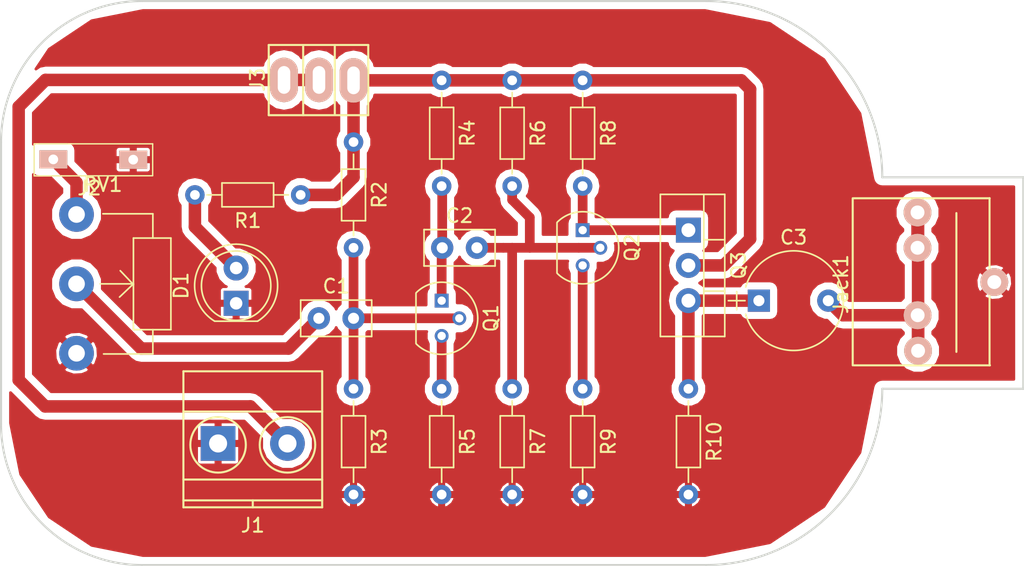
<source format=kicad_pcb>
(kicad_pcb (version 4) (host pcbnew 4.0.6)

  (general
    (links 38)
    (no_connects 2)
    (area 111.684999 83.744999 185.495001 124.535001)
    (thickness 1.6)
    (drawings 11)
    (tracks 54)
    (zones 0)
    (modules 22)
    (nets 15)
  )

  (page A4)
  (layers
    (0 F.Cu signal)
    (31 B.Cu signal)
    (32 B.Adhes user)
    (33 F.Adhes user)
    (34 B.Paste user)
    (35 F.Paste user)
    (36 B.SilkS user)
    (37 F.SilkS user)
    (38 B.Mask user)
    (39 F.Mask user)
    (40 Dwgs.User user)
    (41 Cmts.User user)
    (42 Eco1.User user)
    (43 Eco2.User user)
    (44 Edge.Cuts user)
    (45 Margin user)
    (46 B.CrtYd user)
    (47 F.CrtYd user)
    (48 B.Fab user)
    (49 F.Fab user)
  )

  (setup
    (last_trace_width 0.25)
    (user_trace_width 0.5)
    (user_trace_width 0.7)
    (user_trace_width 0.8)
    (user_trace_width 0.9)
    (user_trace_width 1)
    (user_trace_width 1.2)
    (user_trace_width 1.5)
    (trace_clearance 0.2)
    (zone_clearance 0.508)
    (zone_45_only no)
    (trace_min 0.2)
    (segment_width 0.2)
    (edge_width 0.15)
    (via_size 0.6)
    (via_drill 0.4)
    (via_min_size 0.4)
    (via_min_drill 0.3)
    (uvia_size 0.3)
    (uvia_drill 0.1)
    (uvias_allowed no)
    (uvia_min_size 0.2)
    (uvia_min_drill 0.1)
    (pcb_text_width 0.3)
    (pcb_text_size 1.5 1.5)
    (mod_edge_width 0.15)
    (mod_text_size 1 1)
    (mod_text_width 0.15)
    (pad_size 1.524 1.524)
    (pad_drill 0.762)
    (pad_to_mask_clearance 0.2)
    (aux_axis_origin 0 0)
    (visible_elements 7FFFFFFF)
    (pcbplotparams
      (layerselection 0x01060_80000001)
      (usegerberextensions false)
      (excludeedgelayer true)
      (linewidth 0.100000)
      (plotframeref false)
      (viasonmask false)
      (mode 1)
      (useauxorigin false)
      (hpglpennumber 1)
      (hpglpenspeed 20)
      (hpglpendiameter 15)
      (hpglpenoverlay 2)
      (psnegative false)
      (psa4output false)
      (plotreference true)
      (plotvalue true)
      (plotinvisibletext false)
      (padsonsilk false)
      (subtractmaskfromsilk false)
      (outputformat 1)
      (mirror false)
      (drillshape 0)
      (scaleselection 1)
      (outputdirectory ""))
  )

  (net 0 "")
  (net 1 "Net-(C1-Pad1)")
  (net 2 "Net-(C1-Pad2)")
  (net 3 "Net-(C2-Pad1)")
  (net 4 "Net-(C2-Pad2)")
  (net 5 "Net-(C3-Pad1)")
  (net 6 "Net-(C3-Pad2)")
  (net 7 GND)
  (net 8 "Net-(J1-Pad2)")
  (net 9 "Net-(J2-Pad2)")
  (net 10 "Net-(J3-Pad2)")
  (net 11 "Net-(Q1-Pad3)")
  (net 12 "Net-(Q2-Pad3)")
  (net 13 "Net-(Q2-Pad1)")
  (net 14 "Net-(D1-Pad2)")

  (net_class Default "This is the default net class."
    (clearance 0.2)
    (trace_width 0.25)
    (via_dia 0.6)
    (via_drill 0.4)
    (uvia_dia 0.3)
    (uvia_drill 0.1)
    (add_net "Net-(C1-Pad1)")
    (add_net "Net-(C1-Pad2)")
    (add_net "Net-(C2-Pad1)")
    (add_net "Net-(C2-Pad2)")
    (add_net "Net-(C3-Pad1)")
    (add_net "Net-(C3-Pad2)")
    (add_net "Net-(D1-Pad2)")
    (add_net "Net-(J1-Pad2)")
    (add_net "Net-(J2-Pad2)")
    (add_net "Net-(J3-Pad2)")
    (add_net "Net-(Q1-Pad3)")
    (add_net "Net-(Q2-Pad1)")
    (add_net "Net-(Q2-Pad3)")
  )

  (net_class POWER ""
    (clearance 0.2)
    (trace_width 0.7)
    (via_dia 0.6)
    (via_drill 0.4)
    (uvia_dia 0.3)
    (uvia_drill 0.1)
    (add_net GND)
  )

  (module Potentiometers:Potentiometer_WirePads (layer F.Cu) (tedit 58822A41) (tstamp 59443719)
    (at 117.2 99.2)
    (descr "Potentiometer, Wire Pads only, RevA, 30 July 2010,")
    (tags "Potentiometer Wire Pads only RevA 30 July 2010 ")
    (path /5943E360)
    (fp_text reference RV1 (at 1.9 -2.15) (layer F.SilkS)
      (effects (font (size 1 1) (thickness 0.15)))
    )
    (fp_text value 5k (at 2 12.2) (layer F.Fab)
      (effects (font (size 1 1) (thickness 0.15)))
    )
    (fp_line (start 4.05 5) (end 1.7 5) (layer F.SilkS) (width 0.12))
    (fp_line (start 5.5 10.05) (end 1.95 10.05) (layer F.SilkS) (width 0.12))
    (fp_line (start 5.5 8.3) (end 5.5 10.05) (layer F.SilkS) (width 0.12))
    (fp_line (start 5.5 1.7) (end 5.5 -0.05) (layer F.SilkS) (width 0.12))
    (fp_line (start 5.5 -0.05) (end 1.9 -0.05) (layer F.SilkS) (width 0.12))
    (fp_line (start 4.1 5) (end 3.1 5.95) (layer F.SilkS) (width 0.12))
    (fp_line (start 4.1 5.05) (end 3.15 4.05) (layer F.SilkS) (width 0.12))
    (fp_line (start 4.1 1.7) (end 6.8 1.7) (layer F.SilkS) (width 0.12))
    (fp_line (start 6.8 1.7) (end 6.8 8.3) (layer F.SilkS) (width 0.12))
    (fp_line (start 6.8 8.3) (end 4.1 8.3) (layer F.SilkS) (width 0.12))
    (fp_line (start 4.1 8.3) (end 4.1 1.7) (layer F.SilkS) (width 0.12))
    (fp_line (start -1.5 -1.5) (end 7.05 -1.5) (layer F.CrtYd) (width 0.05))
    (fp_line (start -1.5 -1.5) (end -1.5 11.5) (layer F.CrtYd) (width 0.05))
    (fp_line (start 7.05 11.5) (end 7.05 -1.5) (layer F.CrtYd) (width 0.05))
    (fp_line (start 7.05 11.5) (end -1.5 11.5) (layer F.CrtYd) (width 0.05))
    (pad 2 thru_hole circle (at 0 5) (size 2.5 2.5) (drill 1.2) (layers *.Cu *.Mask)
      (net 1 "Net-(C1-Pad1)"))
    (pad 3 thru_hole circle (at 0 10) (size 2.5 2.5) (drill 1.2) (layers *.Cu *.Mask)
      (net 7 GND))
    (pad 1 thru_hole circle (at 0 0) (size 2.5 2.5) (drill 1.2) (layers *.Cu *.Mask)
      (net 9 "Net-(J2-Pad2)"))
  )

  (module Connectors_Terminal_Blocks:TerminalBlock_Pheonix_MKDS1.5-2pol (layer F.Cu) (tedit 563007E4) (tstamp 594435C3)
    (at 127.4 115.7)
    (descr "2-way 5mm pitch terminal block, Phoenix MKDS series")
    (path /5943E2FF)
    (fp_text reference J1 (at 2.5 5.9) (layer F.SilkS)
      (effects (font (size 1 1) (thickness 0.15)))
    )
    (fp_text value +9V (at 2.5 -6.6) (layer F.Fab)
      (effects (font (size 1 1) (thickness 0.15)))
    )
    (fp_line (start -2.7 -5.4) (end 7.7 -5.4) (layer F.CrtYd) (width 0.05))
    (fp_line (start -2.7 4.8) (end -2.7 -5.4) (layer F.CrtYd) (width 0.05))
    (fp_line (start 7.7 4.8) (end -2.7 4.8) (layer F.CrtYd) (width 0.05))
    (fp_line (start 7.7 -5.4) (end 7.7 4.8) (layer F.CrtYd) (width 0.05))
    (fp_line (start 2.5 4.1) (end 2.5 4.6) (layer F.SilkS) (width 0.15))
    (fp_circle (center 5 0.1) (end 3 0.1) (layer F.SilkS) (width 0.15))
    (fp_circle (center 0 0.1) (end 2 0.1) (layer F.SilkS) (width 0.15))
    (fp_line (start -2.5 2.6) (end 7.5 2.6) (layer F.SilkS) (width 0.15))
    (fp_line (start -2.5 -2.3) (end 7.5 -2.3) (layer F.SilkS) (width 0.15))
    (fp_line (start -2.5 4.1) (end 7.5 4.1) (layer F.SilkS) (width 0.15))
    (fp_line (start -2.5 4.6) (end 7.5 4.6) (layer F.SilkS) (width 0.15))
    (fp_line (start 7.5 4.6) (end 7.5 -5.2) (layer F.SilkS) (width 0.15))
    (fp_line (start 7.5 -5.2) (end -2.5 -5.2) (layer F.SilkS) (width 0.15))
    (fp_line (start -2.5 -5.2) (end -2.5 4.6) (layer F.SilkS) (width 0.15))
    (pad 1 thru_hole rect (at 0 0) (size 2.5 2.5) (drill 1.3) (layers *.Cu *.Mask)
      (net 7 GND))
    (pad 2 thru_hole circle (at 5 0) (size 2.5 2.5) (drill 1.3) (layers *.Cu *.Mask)
      (net 8 "Net-(J1-Pad2)"))
    (model Terminal_Blocks.3dshapes/TerminalBlock_Pheonix_MKDS1.5-2pol.wrl
      (at (xyz 0.0984 0 0))
      (scale (xyz 1 1 1))
      (rotate (xyz 0 0 0))
    )
  )

  (module Capacitors_THT:C_Disc_D5.0mm_W2.5mm_P2.50mm (layer F.Cu) (tedit 5920C254) (tstamp 59443578)
    (at 134.66 106.68)
    (descr "C, Disc series, Radial, pin pitch=2.50mm, , diameter*width=5*2.5mm^2, Capacitor, http://cdn-reichelt.de/documents/datenblatt/B300/DS_KERKO_TC.pdf")
    (tags "C Disc series Radial pin pitch 2.50mm  diameter 5mm width 2.5mm Capacitor")
    (path /5943E41B)
    (fp_text reference C1 (at 1.25 -2.31) (layer F.SilkS)
      (effects (font (size 1 1) (thickness 0.15)))
    )
    (fp_text value 100n (at 1.25 2.31) (layer F.Fab)
      (effects (font (size 1 1) (thickness 0.15)))
    )
    (fp_text user %R (at 1.25 0) (layer F.Fab)
      (effects (font (size 1 1) (thickness 0.15)))
    )
    (fp_line (start -1.25 -1.25) (end -1.25 1.25) (layer F.Fab) (width 0.1))
    (fp_line (start -1.25 1.25) (end 3.75 1.25) (layer F.Fab) (width 0.1))
    (fp_line (start 3.75 1.25) (end 3.75 -1.25) (layer F.Fab) (width 0.1))
    (fp_line (start 3.75 -1.25) (end -1.25 -1.25) (layer F.Fab) (width 0.1))
    (fp_line (start -1.31 -1.31) (end 3.81 -1.31) (layer F.SilkS) (width 0.12))
    (fp_line (start -1.31 1.31) (end 3.81 1.31) (layer F.SilkS) (width 0.12))
    (fp_line (start -1.31 -1.31) (end -1.31 1.31) (layer F.SilkS) (width 0.12))
    (fp_line (start 3.81 -1.31) (end 3.81 1.31) (layer F.SilkS) (width 0.12))
    (fp_line (start -1.6 -1.6) (end -1.6 1.6) (layer F.CrtYd) (width 0.05))
    (fp_line (start -1.6 1.6) (end 4.1 1.6) (layer F.CrtYd) (width 0.05))
    (fp_line (start 4.1 1.6) (end 4.1 -1.6) (layer F.CrtYd) (width 0.05))
    (fp_line (start 4.1 -1.6) (end -1.6 -1.6) (layer F.CrtYd) (width 0.05))
    (pad 1 thru_hole circle (at 0 0) (size 1.6 1.6) (drill 0.8) (layers *.Cu *.Mask)
      (net 1 "Net-(C1-Pad1)"))
    (pad 2 thru_hole circle (at 2.5 0) (size 1.6 1.6) (drill 0.8) (layers *.Cu *.Mask)
      (net 2 "Net-(C1-Pad2)"))
    (model ${KISYS3DMOD}/Capacitors_THT.3dshapes/C_Disc_D5.0mm_W2.5mm_P2.50mm.wrl
      (at (xyz 0 0 0))
      (scale (xyz 0.393701 0.393701 0.393701))
      (rotate (xyz 0 0 0))
    )
  )

  (module Capacitors_THT:C_Disc_D5.0mm_W2.5mm_P2.50mm (layer F.Cu) (tedit 5920C254) (tstamp 5944358B)
    (at 143.55 101.6)
    (descr "C, Disc series, Radial, pin pitch=2.50mm, , diameter*width=5*2.5mm^2, Capacitor, http://cdn-reichelt.de/documents/datenblatt/B300/DS_KERKO_TC.pdf")
    (tags "C Disc series Radial pin pitch 2.50mm  diameter 5mm width 2.5mm Capacitor")
    (path /5943E4D9)
    (fp_text reference C2 (at 1.25 -2.31) (layer F.SilkS)
      (effects (font (size 1 1) (thickness 0.15)))
    )
    (fp_text value 100n (at 1.25 2.31) (layer F.Fab)
      (effects (font (size 1 1) (thickness 0.15)))
    )
    (fp_text user %R (at 1.25 0) (layer F.Fab)
      (effects (font (size 1 1) (thickness 0.15)))
    )
    (fp_line (start -1.25 -1.25) (end -1.25 1.25) (layer F.Fab) (width 0.1))
    (fp_line (start -1.25 1.25) (end 3.75 1.25) (layer F.Fab) (width 0.1))
    (fp_line (start 3.75 1.25) (end 3.75 -1.25) (layer F.Fab) (width 0.1))
    (fp_line (start 3.75 -1.25) (end -1.25 -1.25) (layer F.Fab) (width 0.1))
    (fp_line (start -1.31 -1.31) (end 3.81 -1.31) (layer F.SilkS) (width 0.12))
    (fp_line (start -1.31 1.31) (end 3.81 1.31) (layer F.SilkS) (width 0.12))
    (fp_line (start -1.31 -1.31) (end -1.31 1.31) (layer F.SilkS) (width 0.12))
    (fp_line (start 3.81 -1.31) (end 3.81 1.31) (layer F.SilkS) (width 0.12))
    (fp_line (start -1.6 -1.6) (end -1.6 1.6) (layer F.CrtYd) (width 0.05))
    (fp_line (start -1.6 1.6) (end 4.1 1.6) (layer F.CrtYd) (width 0.05))
    (fp_line (start 4.1 1.6) (end 4.1 -1.6) (layer F.CrtYd) (width 0.05))
    (fp_line (start 4.1 -1.6) (end -1.6 -1.6) (layer F.CrtYd) (width 0.05))
    (pad 1 thru_hole circle (at 0 0) (size 1.6 1.6) (drill 0.8) (layers *.Cu *.Mask)
      (net 3 "Net-(C2-Pad1)"))
    (pad 2 thru_hole circle (at 2.5 0) (size 1.6 1.6) (drill 0.8) (layers *.Cu *.Mask)
      (net 4 "Net-(C2-Pad2)"))
    (model ${KISYS3DMOD}/Capacitors_THT.3dshapes/C_Disc_D5.0mm_W2.5mm_P2.50mm.wrl
      (at (xyz 0 0 0))
      (scale (xyz 0.393701 0.393701 0.393701))
      (rotate (xyz 0 0 0))
    )
  )

  (module Capacitors_THT:CP_Radial_Tantal_D7.0mm_P5.00mm (layer F.Cu) (tedit 5920C257) (tstamp 5944359E)
    (at 166.37 105.41)
    (descr "CP, Radial_Tantal series, Radial, pin pitch=5.00mm, , diameter=7.0mm, Tantal Electrolytic Capacitor, http://cdn-reichelt.de/documents/datenblatt/B300/TANTAL-TB-Serie%23.pdf")
    (tags "CP Radial_Tantal series Radial pin pitch 5.00mm  diameter 7.0mm Tantal Electrolytic Capacitor")
    (path /5943E504)
    (fp_text reference C3 (at 2.5 -4.56) (layer F.SilkS)
      (effects (font (size 1 1) (thickness 0.15)))
    )
    (fp_text value 10u (at 2.5 4.56) (layer F.Fab)
      (effects (font (size 1 1) (thickness 0.15)))
    )
    (fp_text user %R (at 1.9 0) (layer F.Fab)
      (effects (font (size 1 1) (thickness 0.15)))
    )
    (fp_line (start -2.2 0) (end -1 0) (layer F.Fab) (width 0.1))
    (fp_line (start -1.6 -0.65) (end -1.6 0.65) (layer F.Fab) (width 0.1))
    (fp_line (start -2.2 0) (end -1 0) (layer F.SilkS) (width 0.12))
    (fp_line (start -1.6 -0.65) (end -1.6 0.65) (layer F.SilkS) (width 0.12))
    (fp_line (start -1.35 -3.85) (end -1.35 3.85) (layer F.CrtYd) (width 0.05))
    (fp_line (start -1.35 3.85) (end 6.35 3.85) (layer F.CrtYd) (width 0.05))
    (fp_line (start 6.35 3.85) (end 6.35 -3.85) (layer F.CrtYd) (width 0.05))
    (fp_line (start 6.35 -3.85) (end -1.35 -3.85) (layer F.CrtYd) (width 0.05))
    (fp_circle (center 2.5 0) (end 6 0) (layer F.Fab) (width 0.1))
    (fp_arc (start 2.5 0) (end -0.95365 -0.98) (angle 148.3) (layer F.SilkS) (width 0.12))
    (fp_arc (start 2.5 0) (end -0.95365 0.98) (angle -148.3) (layer F.SilkS) (width 0.12))
    (fp_arc (start 2.5 0) (end 5.95365 -0.98) (angle 31.7) (layer F.SilkS) (width 0.12))
    (pad 1 thru_hole rect (at 0 0) (size 1.6 1.6) (drill 0.8) (layers *.Cu *.Mask)
      (net 5 "Net-(C3-Pad1)"))
    (pad 2 thru_hole circle (at 5 0) (size 1.6 1.6) (drill 0.8) (layers *.Cu *.Mask)
      (net 6 "Net-(C3-Pad2)"))
    (model ${KISYS3DMOD}/Capacitors_THT.3dshapes/CP_Radial_Tantal_D7.0mm_P5.00mm.wrl
      (at (xyz 0 0 0))
      (scale (xyz 0.393701 0.393701 0.393701))
      (rotate (xyz 0 0 0))
    )
  )

  (module LEDs:LED_D5.0mm (layer F.Cu) (tedit 587A3A7B) (tstamp 594435AF)
    (at 128.7 105.6 90)
    (descr "LED, diameter 5.0mm, 2 pins, http://cdn-reichelt.de/documents/datenblatt/A500/LL-504BC2E-009.pdf")
    (tags "LED diameter 5.0mm 2 pins")
    (path /59440893)
    (fp_text reference D1 (at 1.27 -3.96 90) (layer F.SilkS)
      (effects (font (size 1 1) (thickness 0.15)))
    )
    (fp_text value LED_GREEN (at 1.27 3.96 90) (layer F.Fab)
      (effects (font (size 1 1) (thickness 0.15)))
    )
    (fp_arc (start 1.27 0) (end -1.23 -1.469694) (angle 299.1) (layer F.Fab) (width 0.1))
    (fp_arc (start 1.27 0) (end -1.29 -1.54483) (angle 148.9) (layer F.SilkS) (width 0.12))
    (fp_arc (start 1.27 0) (end -1.29 1.54483) (angle -148.9) (layer F.SilkS) (width 0.12))
    (fp_circle (center 1.27 0) (end 3.77 0) (layer F.Fab) (width 0.1))
    (fp_circle (center 1.27 0) (end 3.77 0) (layer F.SilkS) (width 0.12))
    (fp_line (start -1.23 -1.469694) (end -1.23 1.469694) (layer F.Fab) (width 0.1))
    (fp_line (start -1.29 -1.545) (end -1.29 1.545) (layer F.SilkS) (width 0.12))
    (fp_line (start -1.95 -3.25) (end -1.95 3.25) (layer F.CrtYd) (width 0.05))
    (fp_line (start -1.95 3.25) (end 4.5 3.25) (layer F.CrtYd) (width 0.05))
    (fp_line (start 4.5 3.25) (end 4.5 -3.25) (layer F.CrtYd) (width 0.05))
    (fp_line (start 4.5 -3.25) (end -1.95 -3.25) (layer F.CrtYd) (width 0.05))
    (pad 1 thru_hole rect (at 0 0 90) (size 1.8 1.8) (drill 0.9) (layers *.Cu *.Mask)
      (net 7 GND))
    (pad 2 thru_hole circle (at 2.54 0 90) (size 1.8 1.8) (drill 0.9) (layers *.Cu *.Mask)
      (net 14 "Net-(D1-Pad2)"))
    (model LEDs.3dshapes/LED_D5.0mm.wrl
      (at (xyz 0 0 0))
      (scale (xyz 0.393701 0.393701 0.393701))
      (rotate (xyz 0 0 0))
    )
  )

  (module Footprint:audio_input_conn (layer F.Cu) (tedit 5943E9AF) (tstamp 594435CD)
    (at 118.945 93.11 180)
    (path /5943E2A2)
    (fp_text reference J2 (at 0.82 -4.19 180) (layer F.SilkS)
      (effects (font (size 1 1) (thickness 0.15)))
    )
    (fp_text value AUDIO_IN (at 0.35 -0.2 180) (layer F.Fab)
      (effects (font (size 1 1) (thickness 0.15)))
    )
    (fp_line (start -3.74 -1) (end -3.74 -3.28) (layer F.SilkS) (width 0.1))
    (fp_line (start 4.8 -1) (end -3.74 -1) (layer F.SilkS) (width 0.1))
    (fp_line (start 4.8 -3.29) (end 4.8 -1) (layer F.SilkS) (width 0.1))
    (fp_line (start -3.74 -3.3) (end 4.8 -3.31) (layer F.SilkS) (width 0.1))
    (pad 1 thru_hole rect (at -2.34 -2.14 180) (size 2 1.3) (drill 0.7) (layers *.SilkS *.Mask F.Cu)
      (net 7 GND))
    (pad 2 thru_hole rect (at 3.42 -2.12 180) (size 2 1.3) (drill 0.7) (layers *.SilkS *.Mask F.Cu)
      (net 9 "Net-(J2-Pad2)"))
  )

  (module Footprint:SW_SPDT (layer F.Cu) (tedit 5943EC95) (tstamp 594435DB)
    (at 133.78 89.505 270)
    (descr "Switch inverseur")
    (tags "SWITCH DEV")
    (path /5943E1E9)
    (fp_text reference J3 (at -0.01 3.54 450) (layer F.SilkS)
      (effects (font (size 1 1) (thickness 0.15)))
    )
    (fp_text value Switch (at 0.23 -5.36 450) (layer F.Fab)
      (effects (font (size 1 1) (thickness 0.15)))
    )
    (fp_line (start -2.52 -4.44) (end 2.54 -4.44) (layer F.SilkS) (width 0.15))
    (fp_line (start 2.5 -2.03) (end -2.52 -2.03) (layer F.SilkS) (width 0.15))
    (fp_line (start -2.51 0.25) (end 2.54 0.25) (layer F.SilkS) (width 0.15))
    (fp_line (start 2.54 2.73) (end -1.27 2.73) (layer F.SilkS) (width 0.15))
    (fp_line (start 2.54 -4.44) (end 2.54 2.73) (layer F.SilkS) (width 0.15))
    (fp_line (start -2.52 2.73) (end -2.52 -4.44) (layer F.SilkS) (width 0.15))
    (fp_line (start -2.52 2.73) (end 1.29 2.73) (layer F.SilkS) (width 0.15))
    (pad 1 thru_hole oval (at 0 -0.89 270) (size 3.2 2) (drill oval 2 0.9) (layers *.SilkS *.Mask F.Cu)
      (net 8 "Net-(J1-Pad2)"))
    (pad 3 thru_hole oval (at 0 1.63 270) (size 3.2 2) (drill oval 2 0.9) (layers *.SilkS *.Mask F.Cu)
      (net 8 "Net-(J1-Pad2)"))
    (pad 2 thru_hole oval (at 0.03 -3.38 270) (size 3.2 2) (drill oval 2 0.9) (layers *.SilkS *.Mask F.Cu)
      (net 10 "Net-(J3-Pad2)"))
  )

  (module Footprint:AUDIO_JACK (layer F.Cu) (tedit 5943E92D) (tstamp 594435E9)
    (at 177.8 99.05 270)
    (descr "2-way 5mm pitch terminal block, Phoenix MKDS series")
    (path /5943E14C)
    (fp_text reference Jack1 (at 5.17 5.52 270) (layer F.SilkS)
      (effects (font (size 1 1) (thickness 0.15)))
    )
    (fp_text value Jack (at 1.35 -4 270) (layer F.Fab)
      (effects (font (size 1 1) (thickness 0.15)))
    )
    (fp_line (start 0.05 -2.8) (end 10.05 -2.8) (layer F.SilkS) (width 0.15))
    (fp_line (start -1.02 4.67) (end 11.02 4.67) (layer F.SilkS) (width 0.15))
    (fp_line (start 11.02 4.58) (end 11.02 -5.22) (layer F.SilkS) (width 0.15))
    (fp_line (start 11.02 -5.19) (end -1.02 -5.19) (layer F.SilkS) (width 0.15))
    (fp_line (start -1.02 -5.2) (end -1.02 4.6) (layer F.SilkS) (width 0.15))
    (pad 1 thru_hole circle (at 0 0 270) (size 2 2) (drill 1) (layers *.SilkS *.Mask F.Cu)
      (net 6 "Net-(C3-Pad2)"))
    (pad 5 thru_hole circle (at 9.97 -0.04 270) (size 2 2) (drill 1) (layers *.SilkS *.Mask F.Cu)
      (net 6 "Net-(C3-Pad2)"))
    (pad 4 thru_hole circle (at 7.41 -0.01 270) (size 2 2) (drill 1) (layers *.SilkS *.Mask F.Cu)
      (net 6 "Net-(C3-Pad2)"))
    (pad 2 thru_hole circle (at 2.55 0 270) (size 2 2) (drill 1) (layers *.SilkS *.Mask F.Cu)
      (net 6 "Net-(C3-Pad2)"))
    (pad 3 thru_hole circle (at 5.02 -5.53 270) (size 2 2) (drill 1) (layers *.SilkS *.Mask F.Cu)
      (net 7 GND))
    (model Terminal_Blocks.3dshapes/TerminalBlock_Pheonix_MKDS1.5-2pol.wrl
      (at (xyz 0.0984 0 0))
      (scale (xyz 1 1 1))
      (rotate (xyz 0 0 0))
    )
  )

  (module TO_SOT_Packages_THT:TO-92_Molded_Narrow (layer F.Cu) (tedit 58CE52AF) (tstamp 594435FB)
    (at 143.51 105.41 270)
    (descr "TO-92 leads molded, narrow, drill 0.6mm (see NXP sot054_po.pdf)")
    (tags "to-92 sc-43 sc-43a sot54 PA33 transistor")
    (path /5943E571)
    (fp_text reference Q1 (at 1.27 -3.56 270) (layer F.SilkS)
      (effects (font (size 1 1) (thickness 0.15)))
    )
    (fp_text value BC546 (at 1.27 2.79 270) (layer F.Fab)
      (effects (font (size 1 1) (thickness 0.15)))
    )
    (fp_text user %R (at 1.27 -3.56 270) (layer F.Fab)
      (effects (font (size 1 1) (thickness 0.15)))
    )
    (fp_line (start -0.53 1.85) (end 3.07 1.85) (layer F.SilkS) (width 0.12))
    (fp_line (start -0.5 1.75) (end 3 1.75) (layer F.Fab) (width 0.1))
    (fp_line (start -1.46 -2.73) (end 4 -2.73) (layer F.CrtYd) (width 0.05))
    (fp_line (start -1.46 -2.73) (end -1.46 2.01) (layer F.CrtYd) (width 0.05))
    (fp_line (start 4 2.01) (end 4 -2.73) (layer F.CrtYd) (width 0.05))
    (fp_line (start 4 2.01) (end -1.46 2.01) (layer F.CrtYd) (width 0.05))
    (fp_arc (start 1.27 0) (end 1.27 -2.48) (angle 135) (layer F.Fab) (width 0.1))
    (fp_arc (start 1.27 0) (end 1.27 -2.6) (angle -135) (layer F.SilkS) (width 0.12))
    (fp_arc (start 1.27 0) (end 1.27 -2.48) (angle -135) (layer F.Fab) (width 0.1))
    (fp_arc (start 1.27 0) (end 1.27 -2.6) (angle 135) (layer F.SilkS) (width 0.12))
    (pad 2 thru_hole circle (at 1.27 -1.27) (size 1 1) (drill 0.6) (layers *.Cu *.Mask)
      (net 2 "Net-(C1-Pad2)"))
    (pad 3 thru_hole circle (at 2.54 0) (size 1 1) (drill 0.6) (layers *.Cu *.Mask)
      (net 11 "Net-(Q1-Pad3)"))
    (pad 1 thru_hole rect (at 0 0) (size 1 1) (drill 0.6) (layers *.Cu *.Mask)
      (net 3 "Net-(C2-Pad1)"))
    (model ${KISYS3DMOD}/TO_SOT_Packages_THT.3dshapes/TO-92_Molded_Narrow.wrl
      (at (xyz 0.05 0 0))
      (scale (xyz 1 1 1))
      (rotate (xyz 0 0 -90))
    )
  )

  (module TO_SOT_Packages_THT:TO-92_Molded_Narrow (layer F.Cu) (tedit 58CE52AF) (tstamp 5944360D)
    (at 153.67 100.33 270)
    (descr "TO-92 leads molded, narrow, drill 0.6mm (see NXP sot054_po.pdf)")
    (tags "to-92 sc-43 sc-43a sot54 PA33 transistor")
    (path /5943E5C6)
    (fp_text reference Q2 (at 1.27 -3.56 270) (layer F.SilkS)
      (effects (font (size 1 1) (thickness 0.15)))
    )
    (fp_text value BC546 (at 1.27 2.79 270) (layer F.Fab)
      (effects (font (size 1 1) (thickness 0.15)))
    )
    (fp_text user %R (at 1.27 -3.56 270) (layer F.Fab)
      (effects (font (size 1 1) (thickness 0.15)))
    )
    (fp_line (start -0.53 1.85) (end 3.07 1.85) (layer F.SilkS) (width 0.12))
    (fp_line (start -0.5 1.75) (end 3 1.75) (layer F.Fab) (width 0.1))
    (fp_line (start -1.46 -2.73) (end 4 -2.73) (layer F.CrtYd) (width 0.05))
    (fp_line (start -1.46 -2.73) (end -1.46 2.01) (layer F.CrtYd) (width 0.05))
    (fp_line (start 4 2.01) (end 4 -2.73) (layer F.CrtYd) (width 0.05))
    (fp_line (start 4 2.01) (end -1.46 2.01) (layer F.CrtYd) (width 0.05))
    (fp_arc (start 1.27 0) (end 1.27 -2.48) (angle 135) (layer F.Fab) (width 0.1))
    (fp_arc (start 1.27 0) (end 1.27 -2.6) (angle -135) (layer F.SilkS) (width 0.12))
    (fp_arc (start 1.27 0) (end 1.27 -2.48) (angle -135) (layer F.Fab) (width 0.1))
    (fp_arc (start 1.27 0) (end 1.27 -2.6) (angle 135) (layer F.SilkS) (width 0.12))
    (pad 2 thru_hole circle (at 1.27 -1.27) (size 1 1) (drill 0.6) (layers *.Cu *.Mask)
      (net 4 "Net-(C2-Pad2)"))
    (pad 3 thru_hole circle (at 2.54 0) (size 1 1) (drill 0.6) (layers *.Cu *.Mask)
      (net 12 "Net-(Q2-Pad3)"))
    (pad 1 thru_hole rect (at 0 0) (size 1 1) (drill 0.6) (layers *.Cu *.Mask)
      (net 13 "Net-(Q2-Pad1)"))
    (model ${KISYS3DMOD}/TO_SOT_Packages_THT.3dshapes/TO-92_Molded_Narrow.wrl
      (at (xyz 0.05 0 0))
      (scale (xyz 1 1 1))
      (rotate (xyz 0 0 -90))
    )
  )

  (module TO_SOT_Packages_THT:TO-220_Vertical (layer F.Cu) (tedit 58CE52AD) (tstamp 59443627)
    (at 161.29 100.33 270)
    (descr "TO-220, Vertical, RM 2.54mm")
    (tags "TO-220 Vertical RM 2.54mm")
    (path /5943E5FD)
    (fp_text reference Q3 (at 2.54 -3.62 270) (layer F.SilkS)
      (effects (font (size 1 1) (thickness 0.15)))
    )
    (fp_text value TIP140 (at 2.54 3.92 270) (layer F.Fab)
      (effects (font (size 1 1) (thickness 0.15)))
    )
    (fp_text user %R (at 2.54 -3.62 270) (layer F.Fab)
      (effects (font (size 1 1) (thickness 0.15)))
    )
    (fp_line (start -2.46 -2.5) (end -2.46 1.9) (layer F.Fab) (width 0.1))
    (fp_line (start -2.46 1.9) (end 7.54 1.9) (layer F.Fab) (width 0.1))
    (fp_line (start 7.54 1.9) (end 7.54 -2.5) (layer F.Fab) (width 0.1))
    (fp_line (start 7.54 -2.5) (end -2.46 -2.5) (layer F.Fab) (width 0.1))
    (fp_line (start -2.46 -1.23) (end 7.54 -1.23) (layer F.Fab) (width 0.1))
    (fp_line (start 0.69 -2.5) (end 0.69 -1.23) (layer F.Fab) (width 0.1))
    (fp_line (start 4.39 -2.5) (end 4.39 -1.23) (layer F.Fab) (width 0.1))
    (fp_line (start -2.58 -2.62) (end 7.66 -2.62) (layer F.SilkS) (width 0.12))
    (fp_line (start -2.58 2.021) (end 7.66 2.021) (layer F.SilkS) (width 0.12))
    (fp_line (start -2.58 -2.62) (end -2.58 2.021) (layer F.SilkS) (width 0.12))
    (fp_line (start 7.66 -2.62) (end 7.66 2.021) (layer F.SilkS) (width 0.12))
    (fp_line (start -2.58 -1.11) (end 7.66 -1.11) (layer F.SilkS) (width 0.12))
    (fp_line (start 0.69 -2.62) (end 0.69 -1.11) (layer F.SilkS) (width 0.12))
    (fp_line (start 4.391 -2.62) (end 4.391 -1.11) (layer F.SilkS) (width 0.12))
    (fp_line (start -2.71 -2.75) (end -2.71 2.16) (layer F.CrtYd) (width 0.05))
    (fp_line (start -2.71 2.16) (end 7.79 2.16) (layer F.CrtYd) (width 0.05))
    (fp_line (start 7.79 2.16) (end 7.79 -2.75) (layer F.CrtYd) (width 0.05))
    (fp_line (start 7.79 -2.75) (end -2.71 -2.75) (layer F.CrtYd) (width 0.05))
    (pad 1 thru_hole rect (at 0 0 270) (size 1.8 1.8) (drill 1) (layers *.Cu *.Mask)
      (net 13 "Net-(Q2-Pad1)"))
    (pad 2 thru_hole oval (at 2.54 0 270) (size 1.8 1.8) (drill 1) (layers *.Cu *.Mask)
      (net 10 "Net-(J3-Pad2)"))
    (pad 3 thru_hole oval (at 5.08 0 270) (size 1.8 1.8) (drill 1) (layers *.Cu *.Mask)
      (net 5 "Net-(C3-Pad1)"))
    (model ${KISYS3DMOD}/TO_SOT_Packages_THT.3dshapes/TO-220_Vertical.wrl
      (at (xyz 0.1 0 0))
      (scale (xyz 0.393701 0.393701 0.393701))
      (rotate (xyz 0 0 0))
    )
  )

  (module Resistors_THT:R_Axial_DIN0204_L3.6mm_D1.6mm_P7.62mm_Horizontal (layer F.Cu) (tedit 5874F706) (tstamp 5944363D)
    (at 133.35 97.79 180)
    (descr "Resistor, Axial_DIN0204 series, Axial, Horizontal, pin pitch=7.62mm, 0.16666666666666666W = 1/6W, length*diameter=3.6*1.6mm^2, http://cdn-reichelt.de/documents/datenblatt/B400/1_4W%23YAG.pdf")
    (tags "Resistor Axial_DIN0204 series Axial Horizontal pin pitch 7.62mm 0.16666666666666666W = 1/6W length 3.6mm diameter 1.6mm")
    (path /59440634)
    (fp_text reference R1 (at 3.81 -1.86 180) (layer F.SilkS)
      (effects (font (size 1 1) (thickness 0.15)))
    )
    (fp_text value 680R (at 3.81 1.86 180) (layer F.Fab)
      (effects (font (size 1 1) (thickness 0.15)))
    )
    (fp_line (start 2.01 -0.8) (end 2.01 0.8) (layer F.Fab) (width 0.1))
    (fp_line (start 2.01 0.8) (end 5.61 0.8) (layer F.Fab) (width 0.1))
    (fp_line (start 5.61 0.8) (end 5.61 -0.8) (layer F.Fab) (width 0.1))
    (fp_line (start 5.61 -0.8) (end 2.01 -0.8) (layer F.Fab) (width 0.1))
    (fp_line (start 0 0) (end 2.01 0) (layer F.Fab) (width 0.1))
    (fp_line (start 7.62 0) (end 5.61 0) (layer F.Fab) (width 0.1))
    (fp_line (start 1.95 -0.86) (end 1.95 0.86) (layer F.SilkS) (width 0.12))
    (fp_line (start 1.95 0.86) (end 5.67 0.86) (layer F.SilkS) (width 0.12))
    (fp_line (start 5.67 0.86) (end 5.67 -0.86) (layer F.SilkS) (width 0.12))
    (fp_line (start 5.67 -0.86) (end 1.95 -0.86) (layer F.SilkS) (width 0.12))
    (fp_line (start 0.88 0) (end 1.95 0) (layer F.SilkS) (width 0.12))
    (fp_line (start 6.74 0) (end 5.67 0) (layer F.SilkS) (width 0.12))
    (fp_line (start -0.95 -1.15) (end -0.95 1.15) (layer F.CrtYd) (width 0.05))
    (fp_line (start -0.95 1.15) (end 8.6 1.15) (layer F.CrtYd) (width 0.05))
    (fp_line (start 8.6 1.15) (end 8.6 -1.15) (layer F.CrtYd) (width 0.05))
    (fp_line (start 8.6 -1.15) (end -0.95 -1.15) (layer F.CrtYd) (width 0.05))
    (pad 1 thru_hole circle (at 0 0 180) (size 1.4 1.4) (drill 0.7) (layers *.Cu *.Mask)
      (net 10 "Net-(J3-Pad2)"))
    (pad 2 thru_hole oval (at 7.62 0 180) (size 1.4 1.4) (drill 0.7) (layers *.Cu *.Mask)
      (net 14 "Net-(D1-Pad2)"))
    (model Resistors_THT.3dshapes/R_Axial_DIN0204_L3.6mm_D1.6mm_P7.62mm_Horizontal.wrl
      (at (xyz 0 0 0))
      (scale (xyz 0.393701 0.393701 0.393701))
      (rotate (xyz 0 0 0))
    )
  )

  (module Resistors_THT:R_Axial_DIN0204_L3.6mm_D1.6mm_P7.62mm_Horizontal (layer F.Cu) (tedit 5874F706) (tstamp 59443653)
    (at 137.16 93.98 270)
    (descr "Resistor, Axial_DIN0204 series, Axial, Horizontal, pin pitch=7.62mm, 0.16666666666666666W = 1/6W, length*diameter=3.6*1.6mm^2, http://cdn-reichelt.de/documents/datenblatt/B400/1_4W%23YAG.pdf")
    (tags "Resistor Axial_DIN0204 series Axial Horizontal pin pitch 7.62mm 0.16666666666666666W = 1/6W length 3.6mm diameter 1.6mm")
    (path /5943E921)
    (fp_text reference R2 (at 3.81 -1.86 270) (layer F.SilkS)
      (effects (font (size 1 1) (thickness 0.15)))
    )
    (fp_text value 10k (at 3.81 1.86 270) (layer F.Fab)
      (effects (font (size 1 1) (thickness 0.15)))
    )
    (fp_line (start 2.01 -0.8) (end 2.01 0.8) (layer F.Fab) (width 0.1))
    (fp_line (start 2.01 0.8) (end 5.61 0.8) (layer F.Fab) (width 0.1))
    (fp_line (start 5.61 0.8) (end 5.61 -0.8) (layer F.Fab) (width 0.1))
    (fp_line (start 5.61 -0.8) (end 2.01 -0.8) (layer F.Fab) (width 0.1))
    (fp_line (start 0 0) (end 2.01 0) (layer F.Fab) (width 0.1))
    (fp_line (start 7.62 0) (end 5.61 0) (layer F.Fab) (width 0.1))
    (fp_line (start 1.95 -0.86) (end 1.95 0.86) (layer F.SilkS) (width 0.12))
    (fp_line (start 1.95 0.86) (end 5.67 0.86) (layer F.SilkS) (width 0.12))
    (fp_line (start 5.67 0.86) (end 5.67 -0.86) (layer F.SilkS) (width 0.12))
    (fp_line (start 5.67 -0.86) (end 1.95 -0.86) (layer F.SilkS) (width 0.12))
    (fp_line (start 0.88 0) (end 1.95 0) (layer F.SilkS) (width 0.12))
    (fp_line (start 6.74 0) (end 5.67 0) (layer F.SilkS) (width 0.12))
    (fp_line (start -0.95 -1.15) (end -0.95 1.15) (layer F.CrtYd) (width 0.05))
    (fp_line (start -0.95 1.15) (end 8.6 1.15) (layer F.CrtYd) (width 0.05))
    (fp_line (start 8.6 1.15) (end 8.6 -1.15) (layer F.CrtYd) (width 0.05))
    (fp_line (start 8.6 -1.15) (end -0.95 -1.15) (layer F.CrtYd) (width 0.05))
    (pad 1 thru_hole circle (at 0 0 270) (size 1.4 1.4) (drill 0.7) (layers *.Cu *.Mask)
      (net 10 "Net-(J3-Pad2)"))
    (pad 2 thru_hole oval (at 7.62 0 270) (size 1.4 1.4) (drill 0.7) (layers *.Cu *.Mask)
      (net 2 "Net-(C1-Pad2)"))
    (model Resistors_THT.3dshapes/R_Axial_DIN0204_L3.6mm_D1.6mm_P7.62mm_Horizontal.wrl
      (at (xyz 0 0 0))
      (scale (xyz 0.393701 0.393701 0.393701))
      (rotate (xyz 0 0 0))
    )
  )

  (module Resistors_THT:R_Axial_DIN0204_L3.6mm_D1.6mm_P7.62mm_Horizontal (layer F.Cu) (tedit 5874F706) (tstamp 59443669)
    (at 137.16 111.76 270)
    (descr "Resistor, Axial_DIN0204 series, Axial, Horizontal, pin pitch=7.62mm, 0.16666666666666666W = 1/6W, length*diameter=3.6*1.6mm^2, http://cdn-reichelt.de/documents/datenblatt/B400/1_4W%23YAG.pdf")
    (tags "Resistor Axial_DIN0204 series Axial Horizontal pin pitch 7.62mm 0.16666666666666666W = 1/6W length 3.6mm diameter 1.6mm")
    (path /5943E871)
    (fp_text reference R3 (at 3.81 -1.86 270) (layer F.SilkS)
      (effects (font (size 1 1) (thickness 0.15)))
    )
    (fp_text value 2k7 (at 3.81 1.86 270) (layer F.Fab)
      (effects (font (size 1 1) (thickness 0.15)))
    )
    (fp_line (start 2.01 -0.8) (end 2.01 0.8) (layer F.Fab) (width 0.1))
    (fp_line (start 2.01 0.8) (end 5.61 0.8) (layer F.Fab) (width 0.1))
    (fp_line (start 5.61 0.8) (end 5.61 -0.8) (layer F.Fab) (width 0.1))
    (fp_line (start 5.61 -0.8) (end 2.01 -0.8) (layer F.Fab) (width 0.1))
    (fp_line (start 0 0) (end 2.01 0) (layer F.Fab) (width 0.1))
    (fp_line (start 7.62 0) (end 5.61 0) (layer F.Fab) (width 0.1))
    (fp_line (start 1.95 -0.86) (end 1.95 0.86) (layer F.SilkS) (width 0.12))
    (fp_line (start 1.95 0.86) (end 5.67 0.86) (layer F.SilkS) (width 0.12))
    (fp_line (start 5.67 0.86) (end 5.67 -0.86) (layer F.SilkS) (width 0.12))
    (fp_line (start 5.67 -0.86) (end 1.95 -0.86) (layer F.SilkS) (width 0.12))
    (fp_line (start 0.88 0) (end 1.95 0) (layer F.SilkS) (width 0.12))
    (fp_line (start 6.74 0) (end 5.67 0) (layer F.SilkS) (width 0.12))
    (fp_line (start -0.95 -1.15) (end -0.95 1.15) (layer F.CrtYd) (width 0.05))
    (fp_line (start -0.95 1.15) (end 8.6 1.15) (layer F.CrtYd) (width 0.05))
    (fp_line (start 8.6 1.15) (end 8.6 -1.15) (layer F.CrtYd) (width 0.05))
    (fp_line (start 8.6 -1.15) (end -0.95 -1.15) (layer F.CrtYd) (width 0.05))
    (pad 1 thru_hole circle (at 0 0 270) (size 1.4 1.4) (drill 0.7) (layers *.Cu *.Mask)
      (net 2 "Net-(C1-Pad2)"))
    (pad 2 thru_hole oval (at 7.62 0 270) (size 1.4 1.4) (drill 0.7) (layers *.Cu *.Mask)
      (net 7 GND))
    (model Resistors_THT.3dshapes/R_Axial_DIN0204_L3.6mm_D1.6mm_P7.62mm_Horizontal.wrl
      (at (xyz 0 0 0))
      (scale (xyz 0.393701 0.393701 0.393701))
      (rotate (xyz 0 0 0))
    )
  )

  (module Resistors_THT:R_Axial_DIN0204_L3.6mm_D1.6mm_P7.62mm_Horizontal (layer F.Cu) (tedit 5874F706) (tstamp 5944367F)
    (at 143.51 89.535 270)
    (descr "Resistor, Axial_DIN0204 series, Axial, Horizontal, pin pitch=7.62mm, 0.16666666666666666W = 1/6W, length*diameter=3.6*1.6mm^2, http://cdn-reichelt.de/documents/datenblatt/B400/1_4W%23YAG.pdf")
    (tags "Resistor Axial_DIN0204 series Axial Horizontal pin pitch 7.62mm 0.16666666666666666W = 1/6W length 3.6mm diameter 1.6mm")
    (path /5943E966)
    (fp_text reference R4 (at 3.81 -1.86 270) (layer F.SilkS)
      (effects (font (size 1 1) (thickness 0.15)))
    )
    (fp_text value 1k8 (at 3.81 1.86 270) (layer F.Fab)
      (effects (font (size 1 1) (thickness 0.15)))
    )
    (fp_line (start 2.01 -0.8) (end 2.01 0.8) (layer F.Fab) (width 0.1))
    (fp_line (start 2.01 0.8) (end 5.61 0.8) (layer F.Fab) (width 0.1))
    (fp_line (start 5.61 0.8) (end 5.61 -0.8) (layer F.Fab) (width 0.1))
    (fp_line (start 5.61 -0.8) (end 2.01 -0.8) (layer F.Fab) (width 0.1))
    (fp_line (start 0 0) (end 2.01 0) (layer F.Fab) (width 0.1))
    (fp_line (start 7.62 0) (end 5.61 0) (layer F.Fab) (width 0.1))
    (fp_line (start 1.95 -0.86) (end 1.95 0.86) (layer F.SilkS) (width 0.12))
    (fp_line (start 1.95 0.86) (end 5.67 0.86) (layer F.SilkS) (width 0.12))
    (fp_line (start 5.67 0.86) (end 5.67 -0.86) (layer F.SilkS) (width 0.12))
    (fp_line (start 5.67 -0.86) (end 1.95 -0.86) (layer F.SilkS) (width 0.12))
    (fp_line (start 0.88 0) (end 1.95 0) (layer F.SilkS) (width 0.12))
    (fp_line (start 6.74 0) (end 5.67 0) (layer F.SilkS) (width 0.12))
    (fp_line (start -0.95 -1.15) (end -0.95 1.15) (layer F.CrtYd) (width 0.05))
    (fp_line (start -0.95 1.15) (end 8.6 1.15) (layer F.CrtYd) (width 0.05))
    (fp_line (start 8.6 1.15) (end 8.6 -1.15) (layer F.CrtYd) (width 0.05))
    (fp_line (start 8.6 -1.15) (end -0.95 -1.15) (layer F.CrtYd) (width 0.05))
    (pad 1 thru_hole circle (at 0 0 270) (size 1.4 1.4) (drill 0.7) (layers *.Cu *.Mask)
      (net 10 "Net-(J3-Pad2)"))
    (pad 2 thru_hole oval (at 7.62 0 270) (size 1.4 1.4) (drill 0.7) (layers *.Cu *.Mask)
      (net 3 "Net-(C2-Pad1)"))
    (model Resistors_THT.3dshapes/R_Axial_DIN0204_L3.6mm_D1.6mm_P7.62mm_Horizontal.wrl
      (at (xyz 0 0 0))
      (scale (xyz 0.393701 0.393701 0.393701))
      (rotate (xyz 0 0 0))
    )
  )

  (module Resistors_THT:R_Axial_DIN0204_L3.6mm_D1.6mm_P7.62mm_Horizontal (layer F.Cu) (tedit 5874F706) (tstamp 59443695)
    (at 143.51 111.76 270)
    (descr "Resistor, Axial_DIN0204 series, Axial, Horizontal, pin pitch=7.62mm, 0.16666666666666666W = 1/6W, length*diameter=3.6*1.6mm^2, http://cdn-reichelt.de/documents/datenblatt/B400/1_4W%23YAG.pdf")
    (tags "Resistor Axial_DIN0204 series Axial Horizontal pin pitch 7.62mm 0.16666666666666666W = 1/6W length 3.6mm diameter 1.6mm")
    (path /5943E8E0)
    (fp_text reference R5 (at 3.81 -1.86 270) (layer F.SilkS)
      (effects (font (size 1 1) (thickness 0.15)))
    )
    (fp_text value 470R (at 3.81 1.86 270) (layer F.Fab)
      (effects (font (size 1 1) (thickness 0.15)))
    )
    (fp_line (start 2.01 -0.8) (end 2.01 0.8) (layer F.Fab) (width 0.1))
    (fp_line (start 2.01 0.8) (end 5.61 0.8) (layer F.Fab) (width 0.1))
    (fp_line (start 5.61 0.8) (end 5.61 -0.8) (layer F.Fab) (width 0.1))
    (fp_line (start 5.61 -0.8) (end 2.01 -0.8) (layer F.Fab) (width 0.1))
    (fp_line (start 0 0) (end 2.01 0) (layer F.Fab) (width 0.1))
    (fp_line (start 7.62 0) (end 5.61 0) (layer F.Fab) (width 0.1))
    (fp_line (start 1.95 -0.86) (end 1.95 0.86) (layer F.SilkS) (width 0.12))
    (fp_line (start 1.95 0.86) (end 5.67 0.86) (layer F.SilkS) (width 0.12))
    (fp_line (start 5.67 0.86) (end 5.67 -0.86) (layer F.SilkS) (width 0.12))
    (fp_line (start 5.67 -0.86) (end 1.95 -0.86) (layer F.SilkS) (width 0.12))
    (fp_line (start 0.88 0) (end 1.95 0) (layer F.SilkS) (width 0.12))
    (fp_line (start 6.74 0) (end 5.67 0) (layer F.SilkS) (width 0.12))
    (fp_line (start -0.95 -1.15) (end -0.95 1.15) (layer F.CrtYd) (width 0.05))
    (fp_line (start -0.95 1.15) (end 8.6 1.15) (layer F.CrtYd) (width 0.05))
    (fp_line (start 8.6 1.15) (end 8.6 -1.15) (layer F.CrtYd) (width 0.05))
    (fp_line (start 8.6 -1.15) (end -0.95 -1.15) (layer F.CrtYd) (width 0.05))
    (pad 1 thru_hole circle (at 0 0 270) (size 1.4 1.4) (drill 0.7) (layers *.Cu *.Mask)
      (net 11 "Net-(Q1-Pad3)"))
    (pad 2 thru_hole oval (at 7.62 0 270) (size 1.4 1.4) (drill 0.7) (layers *.Cu *.Mask)
      (net 7 GND))
    (model Resistors_THT.3dshapes/R_Axial_DIN0204_L3.6mm_D1.6mm_P7.62mm_Horizontal.wrl
      (at (xyz 0 0 0))
      (scale (xyz 0.393701 0.393701 0.393701))
      (rotate (xyz 0 0 0))
    )
  )

  (module Resistors_THT:R_Axial_DIN0204_L3.6mm_D1.6mm_P7.62mm_Horizontal (layer F.Cu) (tedit 5874F706) (tstamp 594436AB)
    (at 148.59 89.535 270)
    (descr "Resistor, Axial_DIN0204 series, Axial, Horizontal, pin pitch=7.62mm, 0.16666666666666666W = 1/6W, length*diameter=3.6*1.6mm^2, http://cdn-reichelt.de/documents/datenblatt/B400/1_4W%23YAG.pdf")
    (tags "Resistor Axial_DIN0204 series Axial Horizontal pin pitch 7.62mm 0.16666666666666666W = 1/6W length 3.6mm diameter 1.6mm")
    (path /5943EB18)
    (fp_text reference R6 (at 3.81 -1.86 270) (layer F.SilkS)
      (effects (font (size 1 1) (thickness 0.15)))
    )
    (fp_text value 10k (at 3.81 1.86 270) (layer F.Fab)
      (effects (font (size 1 1) (thickness 0.15)))
    )
    (fp_line (start 2.01 -0.8) (end 2.01 0.8) (layer F.Fab) (width 0.1))
    (fp_line (start 2.01 0.8) (end 5.61 0.8) (layer F.Fab) (width 0.1))
    (fp_line (start 5.61 0.8) (end 5.61 -0.8) (layer F.Fab) (width 0.1))
    (fp_line (start 5.61 -0.8) (end 2.01 -0.8) (layer F.Fab) (width 0.1))
    (fp_line (start 0 0) (end 2.01 0) (layer F.Fab) (width 0.1))
    (fp_line (start 7.62 0) (end 5.61 0) (layer F.Fab) (width 0.1))
    (fp_line (start 1.95 -0.86) (end 1.95 0.86) (layer F.SilkS) (width 0.12))
    (fp_line (start 1.95 0.86) (end 5.67 0.86) (layer F.SilkS) (width 0.12))
    (fp_line (start 5.67 0.86) (end 5.67 -0.86) (layer F.SilkS) (width 0.12))
    (fp_line (start 5.67 -0.86) (end 1.95 -0.86) (layer F.SilkS) (width 0.12))
    (fp_line (start 0.88 0) (end 1.95 0) (layer F.SilkS) (width 0.12))
    (fp_line (start 6.74 0) (end 5.67 0) (layer F.SilkS) (width 0.12))
    (fp_line (start -0.95 -1.15) (end -0.95 1.15) (layer F.CrtYd) (width 0.05))
    (fp_line (start -0.95 1.15) (end 8.6 1.15) (layer F.CrtYd) (width 0.05))
    (fp_line (start 8.6 1.15) (end 8.6 -1.15) (layer F.CrtYd) (width 0.05))
    (fp_line (start 8.6 -1.15) (end -0.95 -1.15) (layer F.CrtYd) (width 0.05))
    (pad 1 thru_hole circle (at 0 0 270) (size 1.4 1.4) (drill 0.7) (layers *.Cu *.Mask)
      (net 10 "Net-(J3-Pad2)"))
    (pad 2 thru_hole oval (at 7.62 0 270) (size 1.4 1.4) (drill 0.7) (layers *.Cu *.Mask)
      (net 4 "Net-(C2-Pad2)"))
    (model Resistors_THT.3dshapes/R_Axial_DIN0204_L3.6mm_D1.6mm_P7.62mm_Horizontal.wrl
      (at (xyz 0 0 0))
      (scale (xyz 0.393701 0.393701 0.393701))
      (rotate (xyz 0 0 0))
    )
  )

  (module Resistors_THT:R_Axial_DIN0204_L3.6mm_D1.6mm_P7.62mm_Horizontal (layer F.Cu) (tedit 5874F706) (tstamp 594436C1)
    (at 148.59 111.76 270)
    (descr "Resistor, Axial_DIN0204 series, Axial, Horizontal, pin pitch=7.62mm, 0.16666666666666666W = 1/6W, length*diameter=3.6*1.6mm^2, http://cdn-reichelt.de/documents/datenblatt/B400/1_4W%23YAG.pdf")
    (tags "Resistor Axial_DIN0204 series Axial Horizontal pin pitch 7.62mm 0.16666666666666666W = 1/6W length 3.6mm diameter 1.6mm")
    (path /5943EB5D)
    (fp_text reference R7 (at 3.81 -1.86 270) (layer F.SilkS)
      (effects (font (size 1 1) (thickness 0.15)))
    )
    (fp_text value 2k7 (at 3.81 1.86 270) (layer F.Fab)
      (effects (font (size 1 1) (thickness 0.15)))
    )
    (fp_line (start 2.01 -0.8) (end 2.01 0.8) (layer F.Fab) (width 0.1))
    (fp_line (start 2.01 0.8) (end 5.61 0.8) (layer F.Fab) (width 0.1))
    (fp_line (start 5.61 0.8) (end 5.61 -0.8) (layer F.Fab) (width 0.1))
    (fp_line (start 5.61 -0.8) (end 2.01 -0.8) (layer F.Fab) (width 0.1))
    (fp_line (start 0 0) (end 2.01 0) (layer F.Fab) (width 0.1))
    (fp_line (start 7.62 0) (end 5.61 0) (layer F.Fab) (width 0.1))
    (fp_line (start 1.95 -0.86) (end 1.95 0.86) (layer F.SilkS) (width 0.12))
    (fp_line (start 1.95 0.86) (end 5.67 0.86) (layer F.SilkS) (width 0.12))
    (fp_line (start 5.67 0.86) (end 5.67 -0.86) (layer F.SilkS) (width 0.12))
    (fp_line (start 5.67 -0.86) (end 1.95 -0.86) (layer F.SilkS) (width 0.12))
    (fp_line (start 0.88 0) (end 1.95 0) (layer F.SilkS) (width 0.12))
    (fp_line (start 6.74 0) (end 5.67 0) (layer F.SilkS) (width 0.12))
    (fp_line (start -0.95 -1.15) (end -0.95 1.15) (layer F.CrtYd) (width 0.05))
    (fp_line (start -0.95 1.15) (end 8.6 1.15) (layer F.CrtYd) (width 0.05))
    (fp_line (start 8.6 1.15) (end 8.6 -1.15) (layer F.CrtYd) (width 0.05))
    (fp_line (start 8.6 -1.15) (end -0.95 -1.15) (layer F.CrtYd) (width 0.05))
    (pad 1 thru_hole circle (at 0 0 270) (size 1.4 1.4) (drill 0.7) (layers *.Cu *.Mask)
      (net 4 "Net-(C2-Pad2)"))
    (pad 2 thru_hole oval (at 7.62 0 270) (size 1.4 1.4) (drill 0.7) (layers *.Cu *.Mask)
      (net 7 GND))
    (model Resistors_THT.3dshapes/R_Axial_DIN0204_L3.6mm_D1.6mm_P7.62mm_Horizontal.wrl
      (at (xyz 0 0 0))
      (scale (xyz 0.393701 0.393701 0.393701))
      (rotate (xyz 0 0 0))
    )
  )

  (module Resistors_THT:R_Axial_DIN0204_L3.6mm_D1.6mm_P7.62mm_Horizontal (layer F.Cu) (tedit 5874F706) (tstamp 594436D7)
    (at 153.67 89.535 270)
    (descr "Resistor, Axial_DIN0204 series, Axial, Horizontal, pin pitch=7.62mm, 0.16666666666666666W = 1/6W, length*diameter=3.6*1.6mm^2, http://cdn-reichelt.de/documents/datenblatt/B400/1_4W%23YAG.pdf")
    (tags "Resistor Axial_DIN0204 series Axial Horizontal pin pitch 7.62mm 0.16666666666666666W = 1/6W length 3.6mm diameter 1.6mm")
    (path /5943EBE9)
    (fp_text reference R8 (at 3.81 -1.86 270) (layer F.SilkS)
      (effects (font (size 1 1) (thickness 0.15)))
    )
    (fp_text value 1k8 (at 3.81 1.86 270) (layer F.Fab)
      (effects (font (size 1 1) (thickness 0.15)))
    )
    (fp_line (start 2.01 -0.8) (end 2.01 0.8) (layer F.Fab) (width 0.1))
    (fp_line (start 2.01 0.8) (end 5.61 0.8) (layer F.Fab) (width 0.1))
    (fp_line (start 5.61 0.8) (end 5.61 -0.8) (layer F.Fab) (width 0.1))
    (fp_line (start 5.61 -0.8) (end 2.01 -0.8) (layer F.Fab) (width 0.1))
    (fp_line (start 0 0) (end 2.01 0) (layer F.Fab) (width 0.1))
    (fp_line (start 7.62 0) (end 5.61 0) (layer F.Fab) (width 0.1))
    (fp_line (start 1.95 -0.86) (end 1.95 0.86) (layer F.SilkS) (width 0.12))
    (fp_line (start 1.95 0.86) (end 5.67 0.86) (layer F.SilkS) (width 0.12))
    (fp_line (start 5.67 0.86) (end 5.67 -0.86) (layer F.SilkS) (width 0.12))
    (fp_line (start 5.67 -0.86) (end 1.95 -0.86) (layer F.SilkS) (width 0.12))
    (fp_line (start 0.88 0) (end 1.95 0) (layer F.SilkS) (width 0.12))
    (fp_line (start 6.74 0) (end 5.67 0) (layer F.SilkS) (width 0.12))
    (fp_line (start -0.95 -1.15) (end -0.95 1.15) (layer F.CrtYd) (width 0.05))
    (fp_line (start -0.95 1.15) (end 8.6 1.15) (layer F.CrtYd) (width 0.05))
    (fp_line (start 8.6 1.15) (end 8.6 -1.15) (layer F.CrtYd) (width 0.05))
    (fp_line (start 8.6 -1.15) (end -0.95 -1.15) (layer F.CrtYd) (width 0.05))
    (pad 1 thru_hole circle (at 0 0 270) (size 1.4 1.4) (drill 0.7) (layers *.Cu *.Mask)
      (net 10 "Net-(J3-Pad2)"))
    (pad 2 thru_hole oval (at 7.62 0 270) (size 1.4 1.4) (drill 0.7) (layers *.Cu *.Mask)
      (net 13 "Net-(Q2-Pad1)"))
    (model Resistors_THT.3dshapes/R_Axial_DIN0204_L3.6mm_D1.6mm_P7.62mm_Horizontal.wrl
      (at (xyz 0 0 0))
      (scale (xyz 0.393701 0.393701 0.393701))
      (rotate (xyz 0 0 0))
    )
  )

  (module Resistors_THT:R_Axial_DIN0204_L3.6mm_D1.6mm_P7.62mm_Horizontal (layer F.Cu) (tedit 5874F706) (tstamp 594436ED)
    (at 153.67 111.76 270)
    (descr "Resistor, Axial_DIN0204 series, Axial, Horizontal, pin pitch=7.62mm, 0.16666666666666666W = 1/6W, length*diameter=3.6*1.6mm^2, http://cdn-reichelt.de/documents/datenblatt/B400/1_4W%23YAG.pdf")
    (tags "Resistor Axial_DIN0204 series Axial Horizontal pin pitch 7.62mm 0.16666666666666666W = 1/6W length 3.6mm diameter 1.6mm")
    (path /5943EBA0)
    (fp_text reference R9 (at 3.81 -1.86 270) (layer F.SilkS)
      (effects (font (size 1 1) (thickness 0.15)))
    )
    (fp_text value 470R (at 3.81 1.86 270) (layer F.Fab)
      (effects (font (size 1 1) (thickness 0.15)))
    )
    (fp_line (start 2.01 -0.8) (end 2.01 0.8) (layer F.Fab) (width 0.1))
    (fp_line (start 2.01 0.8) (end 5.61 0.8) (layer F.Fab) (width 0.1))
    (fp_line (start 5.61 0.8) (end 5.61 -0.8) (layer F.Fab) (width 0.1))
    (fp_line (start 5.61 -0.8) (end 2.01 -0.8) (layer F.Fab) (width 0.1))
    (fp_line (start 0 0) (end 2.01 0) (layer F.Fab) (width 0.1))
    (fp_line (start 7.62 0) (end 5.61 0) (layer F.Fab) (width 0.1))
    (fp_line (start 1.95 -0.86) (end 1.95 0.86) (layer F.SilkS) (width 0.12))
    (fp_line (start 1.95 0.86) (end 5.67 0.86) (layer F.SilkS) (width 0.12))
    (fp_line (start 5.67 0.86) (end 5.67 -0.86) (layer F.SilkS) (width 0.12))
    (fp_line (start 5.67 -0.86) (end 1.95 -0.86) (layer F.SilkS) (width 0.12))
    (fp_line (start 0.88 0) (end 1.95 0) (layer F.SilkS) (width 0.12))
    (fp_line (start 6.74 0) (end 5.67 0) (layer F.SilkS) (width 0.12))
    (fp_line (start -0.95 -1.15) (end -0.95 1.15) (layer F.CrtYd) (width 0.05))
    (fp_line (start -0.95 1.15) (end 8.6 1.15) (layer F.CrtYd) (width 0.05))
    (fp_line (start 8.6 1.15) (end 8.6 -1.15) (layer F.CrtYd) (width 0.05))
    (fp_line (start 8.6 -1.15) (end -0.95 -1.15) (layer F.CrtYd) (width 0.05))
    (pad 1 thru_hole circle (at 0 0 270) (size 1.4 1.4) (drill 0.7) (layers *.Cu *.Mask)
      (net 12 "Net-(Q2-Pad3)"))
    (pad 2 thru_hole oval (at 7.62 0 270) (size 1.4 1.4) (drill 0.7) (layers *.Cu *.Mask)
      (net 7 GND))
    (model Resistors_THT.3dshapes/R_Axial_DIN0204_L3.6mm_D1.6mm_P7.62mm_Horizontal.wrl
      (at (xyz 0 0 0))
      (scale (xyz 0.393701 0.393701 0.393701))
      (rotate (xyz 0 0 0))
    )
  )

  (module Resistors_THT:R_Axial_DIN0204_L3.6mm_D1.6mm_P7.62mm_Horizontal (layer F.Cu) (tedit 5874F706) (tstamp 59443703)
    (at 161.29 111.76 270)
    (descr "Resistor, Axial_DIN0204 series, Axial, Horizontal, pin pitch=7.62mm, 0.16666666666666666W = 1/6W, length*diameter=3.6*1.6mm^2, http://cdn-reichelt.de/documents/datenblatt/B400/1_4W%23YAG.pdf")
    (tags "Resistor Axial_DIN0204 series Axial Horizontal pin pitch 7.62mm 0.16666666666666666W = 1/6W length 3.6mm diameter 1.6mm")
    (path /5943EC79)
    (fp_text reference R10 (at 3.81 -1.86 270) (layer F.SilkS)
      (effects (font (size 1 1) (thickness 0.15)))
    )
    (fp_text value 220R (at 3.81 1.86 270) (layer F.Fab)
      (effects (font (size 1 1) (thickness 0.15)))
    )
    (fp_line (start 2.01 -0.8) (end 2.01 0.8) (layer F.Fab) (width 0.1))
    (fp_line (start 2.01 0.8) (end 5.61 0.8) (layer F.Fab) (width 0.1))
    (fp_line (start 5.61 0.8) (end 5.61 -0.8) (layer F.Fab) (width 0.1))
    (fp_line (start 5.61 -0.8) (end 2.01 -0.8) (layer F.Fab) (width 0.1))
    (fp_line (start 0 0) (end 2.01 0) (layer F.Fab) (width 0.1))
    (fp_line (start 7.62 0) (end 5.61 0) (layer F.Fab) (width 0.1))
    (fp_line (start 1.95 -0.86) (end 1.95 0.86) (layer F.SilkS) (width 0.12))
    (fp_line (start 1.95 0.86) (end 5.67 0.86) (layer F.SilkS) (width 0.12))
    (fp_line (start 5.67 0.86) (end 5.67 -0.86) (layer F.SilkS) (width 0.12))
    (fp_line (start 5.67 -0.86) (end 1.95 -0.86) (layer F.SilkS) (width 0.12))
    (fp_line (start 0.88 0) (end 1.95 0) (layer F.SilkS) (width 0.12))
    (fp_line (start 6.74 0) (end 5.67 0) (layer F.SilkS) (width 0.12))
    (fp_line (start -0.95 -1.15) (end -0.95 1.15) (layer F.CrtYd) (width 0.05))
    (fp_line (start -0.95 1.15) (end 8.6 1.15) (layer F.CrtYd) (width 0.05))
    (fp_line (start 8.6 1.15) (end 8.6 -1.15) (layer F.CrtYd) (width 0.05))
    (fp_line (start 8.6 -1.15) (end -0.95 -1.15) (layer F.CrtYd) (width 0.05))
    (pad 1 thru_hole circle (at 0 0 270) (size 1.4 1.4) (drill 0.7) (layers *.Cu *.Mask)
      (net 5 "Net-(C3-Pad1)"))
    (pad 2 thru_hole oval (at 7.62 0 270) (size 1.4 1.4) (drill 0.7) (layers *.Cu *.Mask)
      (net 7 GND))
    (model Resistors_THT.3dshapes/R_Axial_DIN0204_L3.6mm_D1.6mm_P7.62mm_Horizontal.wrl
      (at (xyz 0 0 0))
      (scale (xyz 0.393701 0.393701 0.393701))
      (rotate (xyz 0 0 0))
    )
  )

  (gr_arc (start 162.56 96.52) (end 175.26 96.52) (angle -90) (layer Edge.Cuts) (width 0.15) (tstamp 59443F6B))
  (gr_arc (start 162.56 111.76) (end 162.56 124.46) (angle -90) (layer Edge.Cuts) (width 0.15))
  (gr_arc (start 121.92 114.3) (end 121.92 124.46) (angle 90) (layer Edge.Cuts) (width 0.15) (tstamp 59443F03))
  (gr_arc (start 121.92 93.98) (end 111.76 93.98) (angle 90) (layer Edge.Cuts) (width 0.15))
  (gr_line (start 111.76 114.3) (end 111.76 114.3) (layer Edge.Cuts) (width 0.15))
  (gr_line (start 111.76 93.98) (end 111.76 114.3) (layer Edge.Cuts) (width 0.15))
  (gr_line (start 185.42 96.52) (end 175.26 96.52) (layer Edge.Cuts) (width 0.15))
  (gr_line (start 185.42 111.76) (end 185.42 96.52) (layer Edge.Cuts) (width 0.15))
  (gr_line (start 175.26 111.76) (end 185.42 111.76) (layer Edge.Cuts) (width 0.15))
  (gr_line (start 121.92 124.46) (end 162.56 124.46) (layer Edge.Cuts) (width 0.15))
  (gr_line (start 121.92 83.82) (end 162.56 83.82) (layer Edge.Cuts) (width 0.15))

  (segment (start 117.2 104.2) (end 121.86 108.86) (width 0.9) (layer F.Cu) (net 1))
  (segment (start 121.86 108.86) (end 132.48 108.86) (width 0.9) (layer F.Cu) (net 1))
  (segment (start 132.48 108.86) (end 134.66 106.68) (width 0.9) (layer F.Cu) (net 1))
  (segment (start 144.78 106.68) (end 137.16 106.68) (width 0.7) (layer F.Cu) (net 2))
  (segment (start 137.16 111.76) (end 137.16 106.68) (width 0.7) (layer F.Cu) (net 2))
  (segment (start 137.16 101.6) (end 137.16 106.68) (width 0.7) (layer F.Cu) (net 2))
  (segment (start 143.55 101.6) (end 143.55 97.195) (width 0.7) (layer F.Cu) (net 3))
  (segment (start 143.55 97.195) (end 143.51 97.155) (width 0.7) (layer F.Cu) (net 3))
  (segment (start 143.51 105.41) (end 143.51 101.64) (width 0.7) (layer F.Cu) (net 3))
  (segment (start 143.51 101.64) (end 143.55 101.6) (width 0.7) (layer F.Cu) (net 3))
  (segment (start 149.86 101.6) (end 148.59 101.6) (width 0.7) (layer F.Cu) (net 4))
  (segment (start 148.59 101.6) (end 147.955 101.6) (width 0.7) (layer F.Cu) (net 4))
  (segment (start 148.59 111.76) (end 148.59 101.6) (width 0.7) (layer F.Cu) (net 4))
  (segment (start 153.385998 101.6) (end 149.86 101.6) (width 0.7) (layer F.Cu) (net 4))
  (segment (start 148.59 97.155) (end 148.59 98.144949) (width 0.7) (layer F.Cu) (net 4))
  (segment (start 148.59 98.144949) (end 149.86 99.414949) (width 0.7) (layer F.Cu) (net 4))
  (segment (start 149.86 99.414949) (end 149.86 101.6) (width 0.7) (layer F.Cu) (net 4))
  (segment (start 154.94 101.6) (end 153.385998 101.6) (width 0.7) (layer F.Cu) (net 4))
  (segment (start 146.05 101.6) (end 147.955 101.6) (width 0.7) (layer F.Cu) (net 4))
  (segment (start 161.29 105.41) (end 161.29 111.76) (width 0.9) (layer F.Cu) (net 5))
  (segment (start 166.37 105.41) (end 161.29 105.41) (width 0.9) (layer F.Cu) (net 5))
  (segment (start 177.84 109.02) (end 177.84 106.49) (width 0.9) (layer F.Cu) (net 6))
  (segment (start 177.84 106.49) (end 177.81 106.46) (width 0.9) (layer F.Cu) (net 6))
  (segment (start 177.8 101.6) (end 177.8 99.05) (width 0.9) (layer F.Cu) (net 6))
  (segment (start 177.81 106.46) (end 172.42 106.46) (width 0.9) (layer F.Cu) (net 6))
  (segment (start 172.42 106.46) (end 171.37 105.41) (width 0.9) (layer F.Cu) (net 6))
  (segment (start 177.84 109.02) (end 177.84 99.09) (width 0.9) (layer F.Cu) (net 6))
  (segment (start 177.84 99.09) (end 177.8 99.05) (width 0.9) (layer F.Cu) (net 6))
  (segment (start 114.935 113.03) (end 129.73 113.03) (width 0.9) (layer F.Cu) (net 8))
  (segment (start 129.73 113.03) (end 132.4 115.7) (width 0.9) (layer F.Cu) (net 8))
  (segment (start 132.15 89.505) (end 114.965 89.505) (width 0.9) (layer F.Cu) (net 8))
  (segment (start 114.965 89.505) (end 113.03 91.44) (width 0.9) (layer F.Cu) (net 8))
  (segment (start 113.03 91.44) (end 113.03 111.125) (width 0.9) (layer F.Cu) (net 8))
  (segment (start 113.03 111.125) (end 114.935 113.03) (width 0.9) (layer F.Cu) (net 8))
  (segment (start 134.67 89.505) (end 132.15 89.505) (width 0.9) (layer F.Cu) (net 8))
  (segment (start 117.2 99.2) (end 117.2 96.905) (width 0.9) (layer F.Cu) (net 9))
  (segment (start 117.2 96.905) (end 115.525 95.23) (width 0.9) (layer F.Cu) (net 9))
  (segment (start 115.57 95.275) (end 115.525 95.23) (width 0.9) (layer F.Cu) (net 9))
  (segment (start 137.16 96.52) (end 135.89 97.79) (width 0.9) (layer F.Cu) (net 10))
  (segment (start 135.89 97.79) (end 133.35 97.79) (width 0.9) (layer F.Cu) (net 10))
  (segment (start 137.16 93.98) (end 137.16 96.52) (width 0.9) (layer F.Cu) (net 10))
  (segment (start 137.16 93.98) (end 137.16 89.535) (width 0.9) (layer F.Cu) (net 10))
  (segment (start 137.16 89.535) (end 143.51 89.535) (width 0.9) (layer F.Cu) (net 10))
  (segment (start 165.735 90.17) (end 165.1 89.535) (width 0.9) (layer F.Cu) (net 10))
  (segment (start 165.1 89.535) (end 143.51 89.535) (width 0.9) (layer F.Cu) (net 10))
  (segment (start 165.735 100.965) (end 165.735 90.17) (width 0.9) (layer F.Cu) (net 10))
  (segment (start 163.83 102.87) (end 165.735 100.965) (width 0.9) (layer F.Cu) (net 10))
  (segment (start 161.29 102.87) (end 163.83 102.87) (width 0.9) (layer F.Cu) (net 10))
  (segment (start 143.51 111.76) (end 143.51 107.95) (width 0.7) (layer F.Cu) (net 11))
  (segment (start 153.67 111.76) (end 153.67 102.87) (width 0.7) (layer F.Cu) (net 12))
  (segment (start 153.67 97.155) (end 153.67 100.33) (width 0.7) (layer F.Cu) (net 13))
  (segment (start 161.29 100.33) (end 153.67 100.33) (width 0.7) (layer F.Cu) (net 13))
  (segment (start 125.73 97.79) (end 125.73 100.09) (width 0.9) (layer F.Cu) (net 14))
  (segment (start 125.73 100.09) (end 128.7 103.06) (width 0.9) (layer F.Cu) (net 14))

  (zone (net 7) (net_name GND) (layer F.Cu) (tstamp 0) (hatch edge 0.508)
    (connect_pads (clearance 0.508))
    (min_thickness 0.2)
    (fill yes (arc_segments 16) (thermal_gap 0.2) (thermal_bridge_width 0.508))
    (polygon
      (pts
        (xy 121.3 83.9) (xy 162.7 83.8) (xy 164.8 84) (xy 166.4 84.4) (xy 167.7 84.9)
        (xy 168.8 85.4) (xy 169.5 85.9) (xy 170.2 86.4) (xy 170.7 86.7) (xy 171.3 87.3)
        (xy 171.7 87.7) (xy 172 88) (xy 172.4 88.5) (xy 172.6 88.7) (xy 172.9 89.1)
        (xy 173 89.3) (xy 173.2 89.5) (xy 173.3 89.7) (xy 174 91) (xy 174.5 91.9)
        (xy 174.6 92.3) (xy 175.1 93.9) (xy 175.3 95.3) (xy 175.3 96.5) (xy 185.4 96.5)
        (xy 185.4 111.7) (xy 185.4 111.8) (xy 175.3 111.8) (xy 175.1 113) (xy 175 114.1)
        (xy 174.7 115.6) (xy 174.5 116) (xy 174.1 117) (xy 173.7 117.9) (xy 173.4 118.4)
        (xy 172.4 119.8) (xy 171.9 120.4) (xy 170.8 121.5) (xy 169.5 122.5) (xy 169.4 122.5)
        (xy 168.3 123.1) (xy 167.2 123.6) (xy 165.2 124.2) (xy 163.8 124.4) (xy 163.1 124.5)
        (xy 121.8 124.5) (xy 120.6 124.4) (xy 119.4 124.2) (xy 118.8 124) (xy 118.1 123.8)
        (xy 117.2 123.3) (xy 116.1 122.7) (xy 115.7 122.4) (xy 114.7 121.5) (xy 114.2 121)
        (xy 113.9 120.6) (xy 113.5 120.1) (xy 113.2 119.6) (xy 112.9 119.1) (xy 112.7 118.7)
        (xy 112.5 118.2) (xy 112.3 117.7) (xy 112.1 117.1) (xy 111.9 116.5) (xy 111.9 116.2)
        (xy 111.8 115.5) (xy 111.7 114.9) (xy 111.7 114.6) (xy 111.7 114) (xy 111.7 104.5)
        (xy 111.7 103) (xy 111.7 101.4) (xy 111.7 99) (xy 111.7 98.4) (xy 111.7 97.6)
        (xy 111.7 94) (xy 112 91.4) (xy 112.6 89.7) (xy 113.4 88.3) (xy 114.3 87.3)
        (xy 115.3 86.3) (xy 116.7 85.2) (xy 117.9 84.6) (xy 119.4 84) (xy 120.8 83.8)
      )
    )
    (filled_polygon
      (pts
        (xy 167.153584 85.430101) (xy 171.047839 88.032159) (xy 173.649899 91.926415) (xy 174.590124 96.653247) (xy 174.615866 96.715394)
        (xy 174.62899 96.781373) (xy 174.666363 96.837306) (xy 174.692106 96.899455) (xy 174.739674 96.947022) (xy 174.777046 97.002954)
        (xy 174.832979 97.040327) (xy 174.880546 97.087894) (xy 174.942694 97.113637) (xy 174.998627 97.15101) (xy 175.064603 97.164133)
        (xy 175.126753 97.189877) (xy 175.194026 97.189877) (xy 175.26 97.203) (xy 184.737 97.203) (xy 184.737 111.077)
        (xy 175.26 111.077) (xy 175.194026 111.090123) (xy 175.126753 111.090123) (xy 175.064603 111.115867) (xy 174.998627 111.12899)
        (xy 174.942694 111.166363) (xy 174.880546 111.192106) (xy 174.832979 111.239673) (xy 174.777046 111.277046) (xy 174.739674 111.332978)
        (xy 174.692106 111.380545) (xy 174.666363 111.442694) (xy 174.62899 111.498627) (xy 174.615866 111.564606) (xy 174.590124 111.626753)
        (xy 173.649899 116.353585) (xy 171.047839 120.247841) (xy 167.153584 122.849899) (xy 162.492732 123.777) (xy 121.987268 123.777)
        (xy 118.29843 123.043244) (xy 115.228212 120.99179) (xy 114.356162 119.686675) (xy 136.208168 119.686675) (xy 136.397981 120.027581)
        (xy 136.703805 120.269899) (xy 136.853328 120.331815) (xy 137.006 120.29209) (xy 137.006 119.534) (xy 137.314 119.534)
        (xy 137.314 120.29209) (xy 137.466672 120.331815) (xy 137.616195 120.269899) (xy 137.922019 120.027581) (xy 138.111832 119.686675)
        (xy 142.558168 119.686675) (xy 142.747981 120.027581) (xy 143.053805 120.269899) (xy 143.203328 120.331815) (xy 143.356 120.29209)
        (xy 143.356 119.534) (xy 143.664 119.534) (xy 143.664 120.29209) (xy 143.816672 120.331815) (xy 143.966195 120.269899)
        (xy 144.272019 120.027581) (xy 144.461832 119.686675) (xy 147.638168 119.686675) (xy 147.827981 120.027581) (xy 148.133805 120.269899)
        (xy 148.283328 120.331815) (xy 148.436 120.29209) (xy 148.436 119.534) (xy 148.744 119.534) (xy 148.744 120.29209)
        (xy 148.896672 120.331815) (xy 149.046195 120.269899) (xy 149.352019 120.027581) (xy 149.541832 119.686675) (xy 152.718168 119.686675)
        (xy 152.907981 120.027581) (xy 153.213805 120.269899) (xy 153.363328 120.331815) (xy 153.516 120.29209) (xy 153.516 119.534)
        (xy 153.824 119.534) (xy 153.824 120.29209) (xy 153.976672 120.331815) (xy 154.126195 120.269899) (xy 154.432019 120.027581)
        (xy 154.621832 119.686675) (xy 160.338168 119.686675) (xy 160.527981 120.027581) (xy 160.833805 120.269899) (xy 160.983328 120.331815)
        (xy 161.136 120.29209) (xy 161.136 119.534) (xy 161.444 119.534) (xy 161.444 120.29209) (xy 161.596672 120.331815)
        (xy 161.746195 120.269899) (xy 162.052019 120.027581) (xy 162.241832 119.686675) (xy 162.203088 119.534) (xy 161.444 119.534)
        (xy 161.136 119.534) (xy 160.376912 119.534) (xy 160.338168 119.686675) (xy 154.621832 119.686675) (xy 154.583088 119.534)
        (xy 153.824 119.534) (xy 153.516 119.534) (xy 152.756912 119.534) (xy 152.718168 119.686675) (xy 149.541832 119.686675)
        (xy 149.503088 119.534) (xy 148.744 119.534) (xy 148.436 119.534) (xy 147.676912 119.534) (xy 147.638168 119.686675)
        (xy 144.461832 119.686675) (xy 144.423088 119.534) (xy 143.664 119.534) (xy 143.356 119.534) (xy 142.596912 119.534)
        (xy 142.558168 119.686675) (xy 138.111832 119.686675) (xy 138.073088 119.534) (xy 137.314 119.534) (xy 137.006 119.534)
        (xy 136.246912 119.534) (xy 136.208168 119.686675) (xy 114.356162 119.686675) (xy 113.946335 119.073325) (xy 136.208168 119.073325)
        (xy 136.246912 119.226) (xy 137.006 119.226) (xy 137.006 118.46791) (xy 137.314 118.46791) (xy 137.314 119.226)
        (xy 138.073088 119.226) (xy 138.111832 119.073325) (xy 142.558168 119.073325) (xy 142.596912 119.226) (xy 143.356 119.226)
        (xy 143.356 118.46791) (xy 143.664 118.46791) (xy 143.664 119.226) (xy 144.423088 119.226) (xy 144.461832 119.073325)
        (xy 147.638168 119.073325) (xy 147.676912 119.226) (xy 148.436 119.226) (xy 148.436 118.46791) (xy 148.744 118.46791)
        (xy 148.744 119.226) (xy 149.503088 119.226) (xy 149.541832 119.073325) (xy 152.718168 119.073325) (xy 152.756912 119.226)
        (xy 153.516 119.226) (xy 153.516 118.46791) (xy 153.824 118.46791) (xy 153.824 119.226) (xy 154.583088 119.226)
        (xy 154.621832 119.073325) (xy 160.338168 119.073325) (xy 160.376912 119.226) (xy 161.136 119.226) (xy 161.136 118.46791)
        (xy 161.444 118.46791) (xy 161.444 119.226) (xy 162.203088 119.226) (xy 162.241832 119.073325) (xy 162.052019 118.732419)
        (xy 161.746195 118.490101) (xy 161.596672 118.428185) (xy 161.444 118.46791) (xy 161.136 118.46791) (xy 160.983328 118.428185)
        (xy 160.833805 118.490101) (xy 160.527981 118.732419) (xy 160.338168 119.073325) (xy 154.621832 119.073325) (xy 154.432019 118.732419)
        (xy 154.126195 118.490101) (xy 153.976672 118.428185) (xy 153.824 118.46791) (xy 153.516 118.46791) (xy 153.363328 118.428185)
        (xy 153.213805 118.490101) (xy 152.907981 118.732419) (xy 152.718168 119.073325) (xy 149.541832 119.073325) (xy 149.352019 118.732419)
        (xy 149.046195 118.490101) (xy 148.896672 118.428185) (xy 148.744 118.46791) (xy 148.436 118.46791) (xy 148.283328 118.428185)
        (xy 148.133805 118.490101) (xy 147.827981 118.732419) (xy 147.638168 119.073325) (xy 144.461832 119.073325) (xy 144.272019 118.732419)
        (xy 143.966195 118.490101) (xy 143.816672 118.428185) (xy 143.664 118.46791) (xy 143.356 118.46791) (xy 143.203328 118.428185)
        (xy 143.053805 118.490101) (xy 142.747981 118.732419) (xy 142.558168 119.073325) (xy 138.111832 119.073325) (xy 137.922019 118.732419)
        (xy 137.616195 118.490101) (xy 137.466672 118.428185) (xy 137.314 118.46791) (xy 137.006 118.46791) (xy 136.853328 118.428185)
        (xy 136.703805 118.490101) (xy 136.397981 118.732419) (xy 136.208168 119.073325) (xy 113.946335 119.073325) (xy 113.176755 117.92157)
        (xy 112.780409 115.929) (xy 125.85 115.929) (xy 125.85 117.009673) (xy 125.895672 117.119936) (xy 125.980063 117.204328)
        (xy 126.090326 117.25) (xy 127.171 117.25) (xy 127.246 117.175) (xy 127.246 115.854) (xy 127.554 115.854)
        (xy 127.554 117.175) (xy 127.629 117.25) (xy 128.709674 117.25) (xy 128.819937 117.204328) (xy 128.904328 117.119936)
        (xy 128.95 117.009673) (xy 128.95 115.929) (xy 128.875 115.854) (xy 127.554 115.854) (xy 127.246 115.854)
        (xy 125.925 115.854) (xy 125.85 115.929) (xy 112.780409 115.929) (xy 112.474348 114.390327) (xy 125.85 114.390327)
        (xy 125.85 115.471) (xy 125.925 115.546) (xy 127.246 115.546) (xy 127.246 114.225) (xy 127.554 114.225)
        (xy 127.554 115.546) (xy 128.875 115.546) (xy 128.95 115.471) (xy 128.95 114.390327) (xy 128.904328 114.280064)
        (xy 128.819937 114.195672) (xy 128.709674 114.15) (xy 127.629 114.15) (xy 127.554 114.225) (xy 127.246 114.225)
        (xy 127.171 114.15) (xy 126.090326 114.15) (xy 125.980063 114.195672) (xy 125.895672 114.280064) (xy 125.85 114.390327)
        (xy 112.474348 114.390327) (xy 112.443 114.232732) (xy 112.443 112.034238) (xy 114.186881 113.778119) (xy 114.530121 114.007465)
        (xy 114.935 114.088) (xy 129.291762 114.088) (xy 130.542315 115.338553) (xy 130.541679 116.067958) (xy 130.823946 116.751097)
        (xy 131.346154 117.274217) (xy 132.0288 117.557676) (xy 132.767958 117.558321) (xy 133.451097 117.276054) (xy 133.974217 116.753846)
        (xy 134.257676 116.0712) (xy 134.258321 115.332042) (xy 133.976054 114.648903) (xy 133.453846 114.125783) (xy 132.7712 113.842324)
        (xy 132.037922 113.841684) (xy 130.478119 112.281881) (xy 130.134879 112.052535) (xy 129.73 111.972) (xy 115.373238 111.972)
        (xy 114.088 110.686762) (xy 114.088 110.367764) (xy 116.250025 110.367764) (xy 116.400093 110.562977) (xy 116.982572 110.765338)
        (xy 117.598151 110.729389) (xy 117.999907 110.562977) (xy 118.149975 110.367764) (xy 117.2 109.417789) (xy 116.250025 110.367764)
        (xy 114.088 110.367764) (xy 114.088 108.982572) (xy 115.634662 108.982572) (xy 115.670611 109.598151) (xy 115.837023 109.999907)
        (xy 116.032236 110.149975) (xy 116.982211 109.2) (xy 117.417789 109.2) (xy 118.367764 110.149975) (xy 118.562977 109.999907)
        (xy 118.765338 109.417428) (xy 118.729389 108.801849) (xy 118.562977 108.400093) (xy 118.367764 108.250025) (xy 117.417789 109.2)
        (xy 116.982211 109.2) (xy 116.032236 108.250025) (xy 115.837023 108.400093) (xy 115.634662 108.982572) (xy 114.088 108.982572)
        (xy 114.088 108.032236) (xy 116.250025 108.032236) (xy 117.2 108.982211) (xy 118.149975 108.032236) (xy 117.999907 107.837023)
        (xy 117.417428 107.634662) (xy 116.801849 107.670611) (xy 116.400093 107.837023) (xy 116.250025 108.032236) (xy 114.088 108.032236)
        (xy 114.088 96.317273) (xy 114.28382 96.451071) (xy 114.525 96.499911) (xy 115.298673 96.499911) (xy 116.142 97.343238)
        (xy 116.142 97.630837) (xy 115.625783 98.146154) (xy 115.342324 98.8288) (xy 115.341679 99.567958) (xy 115.623946 100.251097)
        (xy 116.146154 100.774217) (xy 116.8288 101.057676) (xy 117.567958 101.058321) (xy 118.251097 100.776054) (xy 118.774217 100.253846)
        (xy 119.057676 99.5712) (xy 119.058321 98.832042) (xy 118.776054 98.148903) (xy 118.417777 97.79) (xy 124.396375 97.79)
        (xy 124.495941 98.29055) (xy 124.672 98.554042) (xy 124.672 100.09) (xy 124.752535 100.494879) (xy 124.981881 100.838119)
        (xy 127.19201 103.048248) (xy 127.191739 103.358644) (xy 127.420835 103.913097) (xy 127.844672 104.337674) (xy 127.994769 104.4)
        (xy 127.740327 104.4) (xy 127.630064 104.445672) (xy 127.545672 104.530063) (xy 127.5 104.640326) (xy 127.5 105.371)
        (xy 127.575 105.446) (xy 128.546 105.446) (xy 128.546 105.426) (xy 128.854 105.426) (xy 128.854 105.446)
        (xy 129.825 105.446) (xy 129.9 105.371) (xy 129.9 104.640326) (xy 129.854328 104.530063) (xy 129.769936 104.445672)
        (xy 129.659673 104.4) (xy 129.405865 104.4) (xy 129.553097 104.339165) (xy 129.977674 103.915328) (xy 130.207737 103.361276)
        (xy 130.208261 102.761356) (xy 129.979165 102.206903) (xy 129.555328 101.782326) (xy 129.001276 101.552263) (xy 128.688228 101.55199)
        (xy 126.788 99.651762) (xy 126.788 98.554042) (xy 126.964059 98.29055) (xy 127.063625 97.79) (xy 126.964059 97.28945)
        (xy 126.680521 96.865104) (xy 126.256175 96.581566) (xy 125.755625 96.482) (xy 125.704375 96.482) (xy 125.203825 96.581566)
        (xy 124.779479 96.865104) (xy 124.495941 97.28945) (xy 124.396375 97.79) (xy 118.417777 97.79) (xy 118.258 97.629944)
        (xy 118.258 96.905) (xy 118.177465 96.500121) (xy 117.948119 96.156881) (xy 117.270238 95.479) (xy 119.985 95.479)
        (xy 119.985 95.959673) (xy 120.030672 96.069936) (xy 120.115063 96.154328) (xy 120.225326 96.2) (xy 121.056 96.2)
        (xy 121.131 96.125) (xy 121.131 95.404) (xy 121.439 95.404) (xy 121.439 96.125) (xy 121.514 96.2)
        (xy 122.344674 96.2) (xy 122.454937 96.154328) (xy 122.539328 96.069936) (xy 122.585 95.959673) (xy 122.585 95.479)
        (xy 122.51 95.404) (xy 121.439 95.404) (xy 121.131 95.404) (xy 120.06 95.404) (xy 119.985 95.479)
        (xy 117.270238 95.479) (xy 117.144911 95.353673) (xy 117.144911 94.58) (xy 117.137447 94.540327) (xy 119.985 94.540327)
        (xy 119.985 95.021) (xy 120.06 95.096) (xy 121.131 95.096) (xy 121.131 94.375) (xy 121.439 94.375)
        (xy 121.439 95.096) (xy 122.51 95.096) (xy 122.585 95.021) (xy 122.585 94.540327) (xy 122.539328 94.430064)
        (xy 122.454937 94.345672) (xy 122.344674 94.3) (xy 121.514 94.3) (xy 121.439 94.375) (xy 121.131 94.375)
        (xy 121.056 94.3) (xy 120.225326 94.3) (xy 120.115063 94.345672) (xy 120.030672 94.430064) (xy 119.985 94.540327)
        (xy 117.137447 94.540327) (xy 117.102516 94.354689) (xy 116.969357 94.147754) (xy 116.76618 94.008929) (xy 116.525 93.960089)
        (xy 114.525 93.960089) (xy 114.299689 94.002484) (xy 114.092754 94.135643) (xy 114.088 94.142601) (xy 114.088 91.878238)
        (xy 115.403238 90.563) (xy 130.624498 90.563) (xy 130.664402 90.763612) (xy 131.012972 91.285285) (xy 131.534645 91.633855)
        (xy 132.15 91.756257) (xy 132.765355 91.633855) (xy 133.287028 91.285285) (xy 133.41 91.101244) (xy 133.532972 91.285285)
        (xy 134.054645 91.633855) (xy 134.67 91.756257) (xy 135.285355 91.633855) (xy 135.807028 91.285285) (xy 135.904977 91.138693)
        (xy 136.022972 91.315285) (xy 136.102 91.36809) (xy 136.102 93.187976) (xy 136.051778 93.23811) (xy 135.852228 93.718681)
        (xy 135.851774 94.239036) (xy 136.050485 94.719954) (xy 136.102 94.771559) (xy 136.102 96.081762) (xy 135.451762 96.732)
        (xy 134.142024 96.732) (xy 134.09189 96.681778) (xy 133.611319 96.482228) (xy 133.090964 96.481774) (xy 132.610046 96.680485)
        (xy 132.241778 97.04811) (xy 132.042228 97.528681) (xy 132.041774 98.049036) (xy 132.240485 98.529954) (xy 132.60811 98.898222)
        (xy 133.088681 99.097772) (xy 133.609036 99.098226) (xy 134.089954 98.899515) (xy 134.141559 98.848) (xy 135.89 98.848)
        (xy 136.294879 98.767465) (xy 136.638119 98.538119) (xy 137.908119 97.268119) (xy 138.137465 96.92488) (xy 138.218 96.52)
        (xy 138.218 94.772024) (xy 138.268222 94.72189) (xy 138.467772 94.241319) (xy 138.468226 93.720964) (xy 138.269515 93.240046)
        (xy 138.218 93.188441) (xy 138.218 91.36809) (xy 138.297028 91.315285) (xy 138.645598 90.793612) (xy 138.685502 90.593)
        (xy 142.717976 90.593) (xy 142.76811 90.643222) (xy 143.248681 90.842772) (xy 143.769036 90.843226) (xy 144.249954 90.644515)
        (xy 144.301559 90.593) (xy 147.797976 90.593) (xy 147.84811 90.643222) (xy 148.328681 90.842772) (xy 148.849036 90.843226)
        (xy 149.329954 90.644515) (xy 149.381559 90.593) (xy 152.877976 90.593) (xy 152.92811 90.643222) (xy 153.408681 90.842772)
        (xy 153.929036 90.843226) (xy 154.409954 90.644515) (xy 154.461559 90.593) (xy 164.661762 90.593) (xy 164.677 90.608238)
        (xy 164.677 100.526762) (xy 163.391762 101.812) (xy 162.39148 101.812) (xy 162.415311 101.807516) (xy 162.622246 101.674357)
        (xy 162.761071 101.47118) (xy 162.809911 101.23) (xy 162.809911 99.43) (xy 162.767516 99.204689) (xy 162.634357 98.997754)
        (xy 162.43118 98.858929) (xy 162.19 98.810089) (xy 160.39 98.810089) (xy 160.164689 98.852484) (xy 159.957754 98.985643)
        (xy 159.818929 99.18882) (xy 159.781834 99.372) (xy 154.628 99.372) (xy 154.628 98.055977) (xy 154.878434 97.681175)
        (xy 154.978 97.180625) (xy 154.978 97.129375) (xy 154.878434 96.628825) (xy 154.594896 96.204479) (xy 154.17055 95.920941)
        (xy 153.67 95.821375) (xy 153.16945 95.920941) (xy 152.745104 96.204479) (xy 152.461566 96.628825) (xy 152.362 97.129375)
        (xy 152.362 97.180625) (xy 152.461566 97.681175) (xy 152.712 98.055977) (xy 152.712 99.423335) (xy 152.598929 99.58882)
        (xy 152.550089 99.83) (xy 152.550089 100.642) (xy 150.818 100.642) (xy 150.818 99.414949) (xy 150.745077 99.048338)
        (xy 150.537408 98.737541) (xy 149.671305 97.871438) (xy 149.798434 97.681175) (xy 149.898 97.180625) (xy 149.898 97.129375)
        (xy 149.798434 96.628825) (xy 149.514896 96.204479) (xy 149.09055 95.920941) (xy 148.59 95.821375) (xy 148.08945 95.920941)
        (xy 147.665104 96.204479) (xy 147.381566 96.628825) (xy 147.282 97.129375) (xy 147.282 97.180625) (xy 147.381566 97.681175)
        (xy 147.632 98.055977) (xy 147.632 98.144949) (xy 147.704923 98.51156) (xy 147.912592 98.822357) (xy 148.902 99.811765)
        (xy 148.902 100.642) (xy 147.083147 100.642) (xy 146.848609 100.407052) (xy 146.331297 100.192245) (xy 145.77116 100.191756)
        (xy 145.253474 100.40566) (xy 144.857052 100.801391) (xy 144.800126 100.938485) (xy 144.74434 100.803474) (xy 144.508 100.566721)
        (xy 144.508 97.996113) (xy 144.718434 97.681175) (xy 144.818 97.180625) (xy 144.818 97.129375) (xy 144.718434 96.628825)
        (xy 144.434896 96.204479) (xy 144.01055 95.920941) (xy 143.51 95.821375) (xy 143.00945 95.920941) (xy 142.585104 96.204479)
        (xy 142.301566 96.628825) (xy 142.202 97.129375) (xy 142.202 97.180625) (xy 142.301566 97.681175) (xy 142.585104 98.105521)
        (xy 142.592 98.110129) (xy 142.592 100.566853) (xy 142.357052 100.801391) (xy 142.142245 101.318703) (xy 142.141756 101.87884)
        (xy 142.35566 102.396526) (xy 142.552 102.593209) (xy 142.552 104.503335) (xy 142.438929 104.66882) (xy 142.390089 104.91)
        (xy 142.390089 105.722) (xy 138.193147 105.722) (xy 138.118 105.646721) (xy 138.118 102.500977) (xy 138.368434 102.126175)
        (xy 138.468 101.625625) (xy 138.468 101.574375) (xy 138.368434 101.073825) (xy 138.084896 100.649479) (xy 137.66055 100.365941)
        (xy 137.16 100.266375) (xy 136.65945 100.365941) (xy 136.235104 100.649479) (xy 135.951566 101.073825) (xy 135.852 101.574375)
        (xy 135.852 101.625625) (xy 135.951566 102.126175) (xy 136.202 102.500977) (xy 136.202 105.646853) (xy 135.967052 105.881391)
        (xy 135.910126 106.018485) (xy 135.85434 105.883474) (xy 135.458609 105.487052) (xy 134.941297 105.272245) (xy 134.38116 105.271756)
        (xy 133.863474 105.48566) (xy 133.467052 105.881391) (xy 133.252245 106.398703) (xy 133.252077 106.591685) (xy 132.041762 107.802)
        (xy 122.298238 107.802) (xy 120.325238 105.829) (xy 127.5 105.829) (xy 127.5 106.559674) (xy 127.545672 106.669937)
        (xy 127.630064 106.754328) (xy 127.740327 106.8) (xy 128.471 106.8) (xy 128.546 106.725) (xy 128.546 105.754)
        (xy 128.854 105.754) (xy 128.854 106.725) (xy 128.929 106.8) (xy 129.659673 106.8) (xy 129.769936 106.754328)
        (xy 129.854328 106.669937) (xy 129.9 106.559674) (xy 129.9 105.829) (xy 129.825 105.754) (xy 128.854 105.754)
        (xy 128.546 105.754) (xy 127.575 105.754) (xy 127.5 105.829) (xy 120.325238 105.829) (xy 119.057685 104.561447)
        (xy 119.058321 103.832042) (xy 118.776054 103.148903) (xy 118.253846 102.625783) (xy 117.5712 102.342324) (xy 116.832042 102.341679)
        (xy 116.148903 102.623946) (xy 115.625783 103.146154) (xy 115.342324 103.8288) (xy 115.341679 104.567958) (xy 115.623946 105.251097)
        (xy 116.146154 105.774217) (xy 116.8288 106.057676) (xy 117.562078 106.058316) (xy 121.111881 109.608119) (xy 121.45512 109.837465)
        (xy 121.86 109.918) (xy 132.48 109.918) (xy 132.884879 109.837465) (xy 133.228119 109.608119) (xy 134.74816 108.088078)
        (xy 134.93884 108.088244) (xy 135.456526 107.87434) (xy 135.852948 107.478609) (xy 135.909874 107.341515) (xy 135.96566 107.476526)
        (xy 136.202 107.713279) (xy 136.202 110.86815) (xy 136.051778 111.01811) (xy 135.852228 111.498681) (xy 135.851774 112.019036)
        (xy 136.050485 112.499954) (xy 136.41811 112.868222) (xy 136.898681 113.067772) (xy 137.419036 113.068226) (xy 137.899954 112.869515)
        (xy 138.268222 112.50189) (xy 138.467772 112.021319) (xy 138.468226 111.500964) (xy 138.269515 111.020046) (xy 138.118 110.868266)
        (xy 138.118 107.713147) (xy 138.193279 107.638) (xy 142.439829 107.638) (xy 142.402193 107.728638) (xy 142.401808 108.169428)
        (xy 142.552 108.53292) (xy 142.552 110.86815) (xy 142.401778 111.01811) (xy 142.202228 111.498681) (xy 142.201774 112.019036)
        (xy 142.400485 112.499954) (xy 142.76811 112.868222) (xy 143.248681 113.067772) (xy 143.769036 113.068226) (xy 144.249954 112.869515)
        (xy 144.618222 112.50189) (xy 144.817772 112.021319) (xy 144.818226 111.500964) (xy 144.619515 111.020046) (xy 144.468 110.868266)
        (xy 144.468 108.532138) (xy 144.617807 108.171362) (xy 144.618142 107.787859) (xy 144.999428 107.788192) (xy 145.406812 107.619864)
        (xy 145.718769 107.308451) (xy 145.887807 106.901362) (xy 145.888192 106.460572) (xy 145.719864 106.053188) (xy 145.408451 105.741231)
        (xy 145.001362 105.572193) (xy 144.629911 105.571869) (xy 144.629911 104.91) (xy 144.587516 104.684689) (xy 144.468 104.498956)
        (xy 144.468 102.673078) (xy 144.742948 102.398609) (xy 144.799874 102.261515) (xy 144.85566 102.396526) (xy 145.251391 102.792948)
        (xy 145.768703 103.007755) (xy 146.32884 103.008244) (xy 146.846526 102.79434) (xy 147.083279 102.558) (xy 147.632 102.558)
        (xy 147.632 110.86815) (xy 147.481778 111.01811) (xy 147.282228 111.498681) (xy 147.281774 112.019036) (xy 147.480485 112.499954)
        (xy 147.84811 112.868222) (xy 148.328681 113.067772) (xy 148.849036 113.068226) (xy 149.329954 112.869515) (xy 149.698222 112.50189)
        (xy 149.897772 112.021319) (xy 149.898226 111.500964) (xy 149.699515 111.020046) (xy 149.548 110.868266) (xy 149.548 102.558)
        (xy 152.599829 102.558) (xy 152.562193 102.648638) (xy 152.561808 103.089428) (xy 152.712 103.45292) (xy 152.712 110.86815)
        (xy 152.561778 111.01811) (xy 152.362228 111.498681) (xy 152.361774 112.019036) (xy 152.560485 112.499954) (xy 152.92811 112.868222)
        (xy 153.408681 113.067772) (xy 153.929036 113.068226) (xy 154.409954 112.869515) (xy 154.778222 112.50189) (xy 154.977772 112.021319)
        (xy 154.978226 111.500964) (xy 154.779515 111.020046) (xy 154.628 110.868266) (xy 154.628 103.452138) (xy 154.777807 103.091362)
        (xy 154.778142 102.707859) (xy 155.159428 102.708192) (xy 155.566812 102.539864) (xy 155.878769 102.228451) (xy 156.047807 101.821362)
        (xy 156.048192 101.380572) (xy 156.009942 101.288) (xy 159.781002 101.288) (xy 159.812484 101.455311) (xy 159.945643 101.662246)
        (xy 160.14882 101.801071) (xy 160.198911 101.811215) (xy 159.89679 102.26337) (xy 159.782 102.840457) (xy 159.782 102.899543)
        (xy 159.89679 103.47663) (xy 160.223683 103.96586) (xy 160.484302 104.14) (xy 160.223683 104.31414) (xy 159.89679 104.80337)
        (xy 159.782 105.380457) (xy 159.782 105.439543) (xy 159.89679 106.01663) (xy 160.223683 106.50586) (xy 160.232 106.511417)
        (xy 160.232 110.967976) (xy 160.181778 111.01811) (xy 159.982228 111.498681) (xy 159.981774 112.019036) (xy 160.180485 112.499954)
        (xy 160.54811 112.868222) (xy 161.028681 113.067772) (xy 161.549036 113.068226) (xy 162.029954 112.869515) (xy 162.398222 112.50189)
        (xy 162.597772 112.021319) (xy 162.598226 111.500964) (xy 162.399515 111.020046) (xy 162.348 110.968441) (xy 162.348 106.511417)
        (xy 162.356317 106.50586) (xy 162.381614 106.468) (xy 165.013519 106.468) (xy 165.125643 106.642246) (xy 165.32882 106.781071)
        (xy 165.57 106.829911) (xy 167.17 106.829911) (xy 167.395311 106.787516) (xy 167.602246 106.654357) (xy 167.741071 106.45118)
        (xy 167.789911 106.21) (xy 167.789911 105.68884) (xy 169.961756 105.68884) (xy 170.17566 106.206526) (xy 170.571391 106.602948)
        (xy 171.088703 106.817755) (xy 171.281685 106.817923) (xy 171.671881 107.208119) (xy 172.01512 107.437465) (xy 172.42 107.518)
        (xy 176.594081 107.518) (xy 176.782 107.706247) (xy 176.782 107.804081) (xy 176.477598 108.107952) (xy 176.232279 108.698746)
        (xy 176.231721 109.338448) (xy 176.476009 109.929669) (xy 176.927952 110.382402) (xy 177.518746 110.627721) (xy 178.158448 110.628279)
        (xy 178.749669 110.383991) (xy 179.202402 109.932048) (xy 179.447721 109.341254) (xy 179.448279 108.701552) (xy 179.203991 108.110331)
        (xy 178.898 107.803805) (xy 178.898 107.645971) (xy 179.172402 107.372048) (xy 179.417721 106.781254) (xy 179.418279 106.141552)
        (xy 179.173991 105.550331) (xy 178.898 105.273858) (xy 178.898 105.056379) (xy 182.56141 105.056379) (xy 182.680774 105.225584)
        (xy 183.172416 105.386068) (xy 183.688048 105.346193) (xy 183.979226 105.225584) (xy 184.09859 105.056379) (xy 183.33 104.287789)
        (xy 182.56141 105.056379) (xy 178.898 105.056379) (xy 178.898 103.912416) (xy 182.013932 103.912416) (xy 182.053807 104.428048)
        (xy 182.174416 104.719226) (xy 182.343621 104.83859) (xy 183.112211 104.07) (xy 183.547789 104.07) (xy 184.316379 104.83859)
        (xy 184.485584 104.719226) (xy 184.646068 104.227584) (xy 184.606193 103.711952) (xy 184.485584 103.420774) (xy 184.316379 103.30141)
        (xy 183.547789 104.07) (xy 183.112211 104.07) (xy 182.343621 103.30141) (xy 182.174416 103.420774) (xy 182.013932 103.912416)
        (xy 178.898 103.912416) (xy 178.898 103.083621) (xy 182.56141 103.083621) (xy 183.33 103.852211) (xy 184.09859 103.083621)
        (xy 183.979226 102.914416) (xy 183.487584 102.753932) (xy 182.971952 102.793807) (xy 182.680774 102.914416) (xy 182.56141 103.083621)
        (xy 178.898 103.083621) (xy 178.898 102.775989) (xy 179.162402 102.512048) (xy 179.407721 101.921254) (xy 179.408279 101.281552)
        (xy 179.163991 100.690331) (xy 178.898 100.423875) (xy 178.898 100.225989) (xy 179.162402 99.962048) (xy 179.407721 99.371254)
        (xy 179.408279 98.731552) (xy 179.163991 98.140331) (xy 178.712048 97.687598) (xy 178.121254 97.442279) (xy 177.481552 97.441721)
        (xy 176.890331 97.686009) (xy 176.437598 98.137952) (xy 176.192279 98.728746) (xy 176.191721 99.368448) (xy 176.436009 99.959669)
        (xy 176.742 100.266195) (xy 176.742 100.384081) (xy 176.437598 100.687952) (xy 176.192279 101.278746) (xy 176.191721 101.918448)
        (xy 176.436009 102.509669) (xy 176.782 102.856265) (xy 176.782 105.214134) (xy 176.593805 105.402) (xy 172.858238 105.402)
        (xy 172.778078 105.32184) (xy 172.778244 105.13116) (xy 172.56434 104.613474) (xy 172.168609 104.217052) (xy 171.651297 104.002245)
        (xy 171.09116 104.001756) (xy 170.573474 104.21566) (xy 170.177052 104.611391) (xy 169.962245 105.128703) (xy 169.961756 105.68884)
        (xy 167.789911 105.68884) (xy 167.789911 104.61) (xy 167.747516 104.384689) (xy 167.614357 104.177754) (xy 167.41118 104.038929)
        (xy 167.17 103.990089) (xy 165.57 103.990089) (xy 165.344689 104.032484) (xy 165.137754 104.165643) (xy 165.010422 104.352)
        (xy 162.381614 104.352) (xy 162.356317 104.31414) (xy 162.095698 104.14) (xy 162.356317 103.96586) (xy 162.381614 103.928)
        (xy 163.83 103.928) (xy 164.234879 103.847465) (xy 164.578119 103.618119) (xy 166.483119 101.713119) (xy 166.712465 101.369879)
        (xy 166.793 100.965) (xy 166.793 90.17) (xy 166.712465 89.765121) (xy 166.483119 89.421881) (xy 165.848119 88.786881)
        (xy 165.504879 88.557535) (xy 165.1 88.477) (xy 154.462024 88.477) (xy 154.41189 88.426778) (xy 153.931319 88.227228)
        (xy 153.410964 88.226774) (xy 152.930046 88.425485) (xy 152.878441 88.477) (xy 149.382024 88.477) (xy 149.33189 88.426778)
        (xy 148.851319 88.227228) (xy 148.330964 88.226774) (xy 147.850046 88.425485) (xy 147.798441 88.477) (xy 144.302024 88.477)
        (xy 144.25189 88.426778) (xy 143.771319 88.227228) (xy 143.250964 88.226774) (xy 142.770046 88.425485) (xy 142.718441 88.477)
        (xy 138.685502 88.477) (xy 138.645598 88.276388) (xy 138.297028 87.754715) (xy 137.775355 87.406145) (xy 137.16 87.283743)
        (xy 136.544645 87.406145) (xy 136.022972 87.754715) (xy 135.925023 87.901307) (xy 135.807028 87.724715) (xy 135.285355 87.376145)
        (xy 134.67 87.253743) (xy 134.054645 87.376145) (xy 133.532972 87.724715) (xy 133.41 87.908756) (xy 133.287028 87.724715)
        (xy 132.765355 87.376145) (xy 132.15 87.253743) (xy 131.534645 87.376145) (xy 131.012972 87.724715) (xy 130.664402 88.246388)
        (xy 130.624498 88.447) (xy 114.965 88.447) (xy 114.56012 88.527535) (xy 114.27107 88.720673) (xy 115.228212 87.28821)
        (xy 118.29843 85.236756) (xy 121.987268 84.503) (xy 162.492732 84.503)
      )
    )
  )
)

</source>
